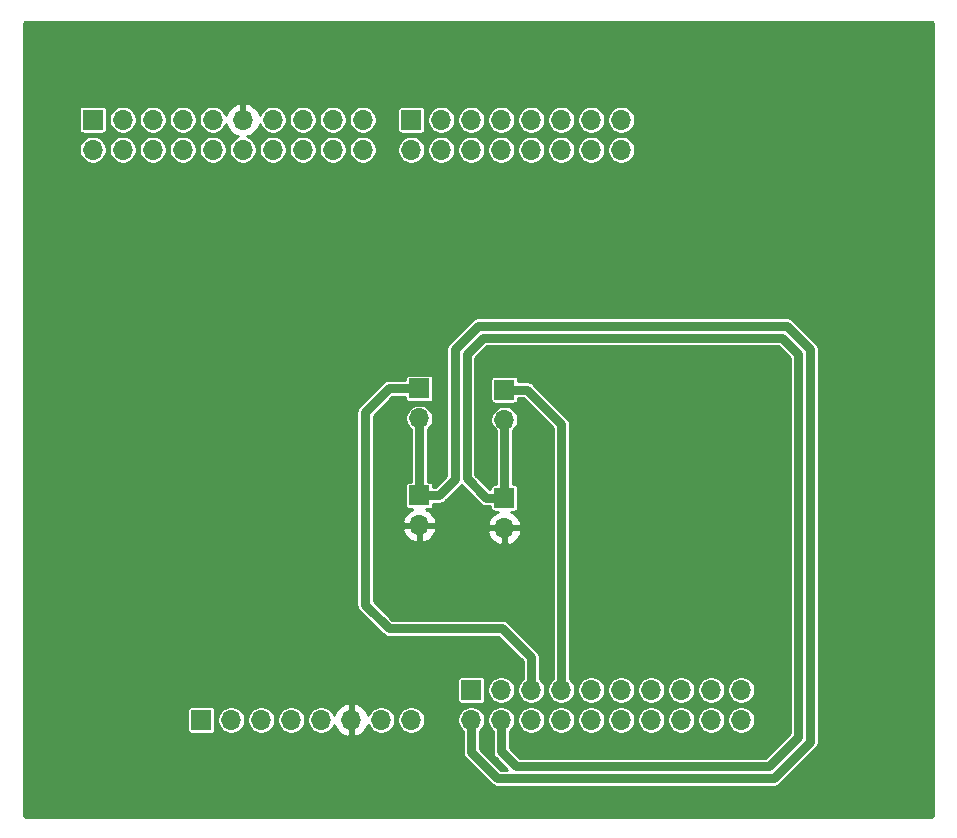
<source format=gbl>
G04 #@! TF.GenerationSoftware,KiCad,Pcbnew,(5.1.10)-1*
G04 #@! TF.CreationDate,2022-05-03T13:10:24+02:00*
G04 #@! TF.ProjectId,psoc_shield,70736f63-5f73-4686-9965-6c642e6b6963,rev?*
G04 #@! TF.SameCoordinates,Original*
G04 #@! TF.FileFunction,Copper,L2,Bot*
G04 #@! TF.FilePolarity,Positive*
%FSLAX46Y46*%
G04 Gerber Fmt 4.6, Leading zero omitted, Abs format (unit mm)*
G04 Created by KiCad (PCBNEW (5.1.10)-1) date 2022-05-03 13:10:24*
%MOMM*%
%LPD*%
G01*
G04 APERTURE LIST*
G04 #@! TA.AperFunction,ComponentPad*
%ADD10O,1.700000X1.700000*%
G04 #@! TD*
G04 #@! TA.AperFunction,ComponentPad*
%ADD11R,1.700000X1.700000*%
G04 #@! TD*
G04 #@! TA.AperFunction,Conductor*
%ADD12C,0.800000*%
G04 #@! TD*
G04 #@! TA.AperFunction,Conductor*
%ADD13C,0.254000*%
G04 #@! TD*
G04 #@! TA.AperFunction,Conductor*
%ADD14C,0.100000*%
G04 #@! TD*
G04 APERTURE END LIST*
D10*
X153700000Y-77697400D03*
X153700000Y-75157400D03*
X151160000Y-77697400D03*
X151160000Y-75157400D03*
X148620000Y-77697400D03*
X148620000Y-75157400D03*
X146080000Y-77697400D03*
X146080000Y-75157400D03*
X143540000Y-77697400D03*
X143540000Y-75157400D03*
X141000000Y-77697400D03*
X141000000Y-75157400D03*
X138460000Y-77697400D03*
X138460000Y-75157400D03*
X135920000Y-77697400D03*
D11*
X135920000Y-75157400D03*
D10*
X131800900Y-77680100D03*
X131800900Y-75140100D03*
X129260900Y-77680100D03*
X129260900Y-75140100D03*
X126720900Y-77680100D03*
X126720900Y-75140100D03*
X124180900Y-77680100D03*
X124180900Y-75140100D03*
X121640900Y-77680100D03*
X121640900Y-75140100D03*
X119100900Y-77680100D03*
X119100900Y-75140100D03*
X116560900Y-77680100D03*
X116560900Y-75140100D03*
X114020900Y-77680100D03*
X114020900Y-75140100D03*
X111480900Y-77680100D03*
X111480900Y-75140100D03*
X108940900Y-77680100D03*
D11*
X108940900Y-75140100D03*
D10*
X143800000Y-100540000D03*
D11*
X143800000Y-98000000D03*
D10*
X143800000Y-109700000D03*
D11*
X143800000Y-107160000D03*
D10*
X136600000Y-109500000D03*
D11*
X136600000Y-106960000D03*
D10*
X136600000Y-100440000D03*
D11*
X136600000Y-97900000D03*
X118140000Y-125965000D03*
D10*
X120680000Y-125965000D03*
X123220000Y-125965000D03*
X125760000Y-125965000D03*
X128300000Y-125965000D03*
X130840000Y-125965000D03*
X133380000Y-125965000D03*
X135920000Y-125965000D03*
X163860000Y-125965000D03*
X163860000Y-123425000D03*
X161320000Y-125965000D03*
X161320000Y-123425000D03*
X158780000Y-125965000D03*
X158780000Y-123425000D03*
X156240000Y-125965000D03*
X156240000Y-123425000D03*
X153700000Y-125965000D03*
X153700000Y-123425000D03*
X151160000Y-125965000D03*
X151160000Y-123425000D03*
X148620000Y-125965000D03*
X148620000Y-123425000D03*
X146080000Y-125965000D03*
X146080000Y-123425000D03*
X143540000Y-125965000D03*
X143540000Y-123425000D03*
X141000000Y-125965000D03*
D11*
X141000000Y-123425000D03*
D12*
X143800000Y-100540000D02*
X143800000Y-107160000D01*
X168700000Y-127400000D02*
X166200000Y-129900000D01*
X144800000Y-129900000D02*
X143540000Y-128640000D01*
X168700000Y-95000000D02*
X168700000Y-127400000D01*
X142000000Y-93600000D02*
X167300000Y-93600000D01*
X140600000Y-95000000D02*
X142000000Y-93600000D01*
X167300000Y-93600000D02*
X168700000Y-95000000D01*
X143540000Y-128640000D02*
X143540000Y-125965000D01*
X142260000Y-107160000D02*
X140600000Y-105500000D01*
X143800000Y-107160000D02*
X142260000Y-107160000D01*
X166200000Y-129900000D02*
X144800000Y-129900000D01*
X140600000Y-105500000D02*
X140600000Y-95000000D01*
X136600000Y-100440000D02*
X136600000Y-106960000D01*
X166614218Y-130900011D02*
X143200010Y-130900010D01*
X169700011Y-127814218D02*
X166614218Y-130900011D01*
X167714218Y-92599989D02*
X169700011Y-94585782D01*
X141000000Y-128700000D02*
X141000000Y-125965000D01*
X141585782Y-92599989D02*
X167714218Y-92599989D01*
X169700011Y-94585782D02*
X169700011Y-127814218D01*
X139599989Y-94585782D02*
X141585782Y-92599989D01*
X139599989Y-105600011D02*
X139599989Y-94585782D01*
X138240000Y-106960000D02*
X139599989Y-105600011D01*
X143200010Y-130900010D02*
X141000000Y-128700000D01*
X136600000Y-106960000D02*
X138240000Y-106960000D01*
X143800000Y-98000000D02*
X145700000Y-98000000D01*
X148620000Y-100920000D02*
X148620000Y-123425000D01*
X145700000Y-98000000D02*
X148620000Y-100920000D01*
X136600000Y-97900000D02*
X134000000Y-97900000D01*
X134000000Y-97900000D02*
X132000000Y-99900000D01*
X132000000Y-99900000D02*
X132000000Y-116200000D01*
X132000000Y-116200000D02*
X134000000Y-118200000D01*
X134000000Y-118200000D02*
X143600000Y-118200000D01*
X146080000Y-120680000D02*
X146080000Y-123425000D01*
X143600000Y-118200000D02*
X146080000Y-120680000D01*
D13*
X180016870Y-66883130D02*
X180048001Y-66921063D01*
X180048000Y-134078938D01*
X180016870Y-134116870D01*
X179978938Y-134148000D01*
X103221062Y-134148000D01*
X103183130Y-134116870D01*
X103152000Y-134078938D01*
X103152000Y-125115000D01*
X116961418Y-125115000D01*
X116961418Y-126815000D01*
X116967732Y-126879103D01*
X116986430Y-126940743D01*
X117016794Y-126997550D01*
X117057657Y-127047343D01*
X117107450Y-127088206D01*
X117164257Y-127118570D01*
X117225897Y-127137268D01*
X117290000Y-127143582D01*
X118990000Y-127143582D01*
X119054103Y-127137268D01*
X119115743Y-127118570D01*
X119172550Y-127088206D01*
X119222343Y-127047343D01*
X119263206Y-126997550D01*
X119293570Y-126940743D01*
X119312268Y-126879103D01*
X119318582Y-126815000D01*
X119318582Y-125849076D01*
X119503000Y-125849076D01*
X119503000Y-126080924D01*
X119548231Y-126308318D01*
X119636956Y-126522519D01*
X119765764Y-126715294D01*
X119929706Y-126879236D01*
X120122481Y-127008044D01*
X120336682Y-127096769D01*
X120564076Y-127142000D01*
X120795924Y-127142000D01*
X121023318Y-127096769D01*
X121237519Y-127008044D01*
X121430294Y-126879236D01*
X121594236Y-126715294D01*
X121723044Y-126522519D01*
X121811769Y-126308318D01*
X121857000Y-126080924D01*
X121857000Y-125849076D01*
X122043000Y-125849076D01*
X122043000Y-126080924D01*
X122088231Y-126308318D01*
X122176956Y-126522519D01*
X122305764Y-126715294D01*
X122469706Y-126879236D01*
X122662481Y-127008044D01*
X122876682Y-127096769D01*
X123104076Y-127142000D01*
X123335924Y-127142000D01*
X123563318Y-127096769D01*
X123777519Y-127008044D01*
X123970294Y-126879236D01*
X124134236Y-126715294D01*
X124263044Y-126522519D01*
X124351769Y-126308318D01*
X124397000Y-126080924D01*
X124397000Y-125849076D01*
X124583000Y-125849076D01*
X124583000Y-126080924D01*
X124628231Y-126308318D01*
X124716956Y-126522519D01*
X124845764Y-126715294D01*
X125009706Y-126879236D01*
X125202481Y-127008044D01*
X125416682Y-127096769D01*
X125644076Y-127142000D01*
X125875924Y-127142000D01*
X126103318Y-127096769D01*
X126317519Y-127008044D01*
X126510294Y-126879236D01*
X126674236Y-126715294D01*
X126803044Y-126522519D01*
X126891769Y-126308318D01*
X126937000Y-126080924D01*
X126937000Y-125849076D01*
X127123000Y-125849076D01*
X127123000Y-126080924D01*
X127168231Y-126308318D01*
X127256956Y-126522519D01*
X127385764Y-126715294D01*
X127549706Y-126879236D01*
X127742481Y-127008044D01*
X127956682Y-127096769D01*
X128184076Y-127142000D01*
X128415924Y-127142000D01*
X128643318Y-127096769D01*
X128857519Y-127008044D01*
X129050294Y-126879236D01*
X129214236Y-126715294D01*
X129343044Y-126522519D01*
X129411264Y-126357821D01*
X129495843Y-126596252D01*
X129644822Y-126846355D01*
X129839731Y-127062588D01*
X130073080Y-127236641D01*
X130335901Y-127361825D01*
X130483110Y-127406476D01*
X130713000Y-127285155D01*
X130713000Y-126092000D01*
X130693000Y-126092000D01*
X130693000Y-125838000D01*
X130713000Y-125838000D01*
X130713000Y-124644845D01*
X130967000Y-124644845D01*
X130967000Y-125838000D01*
X130987000Y-125838000D01*
X130987000Y-126092000D01*
X130967000Y-126092000D01*
X130967000Y-127285155D01*
X131196890Y-127406476D01*
X131344099Y-127361825D01*
X131606920Y-127236641D01*
X131840269Y-127062588D01*
X132035178Y-126846355D01*
X132184157Y-126596252D01*
X132268736Y-126357821D01*
X132336956Y-126522519D01*
X132465764Y-126715294D01*
X132629706Y-126879236D01*
X132822481Y-127008044D01*
X133036682Y-127096769D01*
X133264076Y-127142000D01*
X133495924Y-127142000D01*
X133723318Y-127096769D01*
X133937519Y-127008044D01*
X134130294Y-126879236D01*
X134294236Y-126715294D01*
X134423044Y-126522519D01*
X134511769Y-126308318D01*
X134557000Y-126080924D01*
X134557000Y-125849076D01*
X134743000Y-125849076D01*
X134743000Y-126080924D01*
X134788231Y-126308318D01*
X134876956Y-126522519D01*
X135005764Y-126715294D01*
X135169706Y-126879236D01*
X135362481Y-127008044D01*
X135576682Y-127096769D01*
X135804076Y-127142000D01*
X136035924Y-127142000D01*
X136263318Y-127096769D01*
X136477519Y-127008044D01*
X136670294Y-126879236D01*
X136834236Y-126715294D01*
X136963044Y-126522519D01*
X137051769Y-126308318D01*
X137097000Y-126080924D01*
X137097000Y-125849076D01*
X137051769Y-125621682D01*
X136963044Y-125407481D01*
X136834236Y-125214706D01*
X136670294Y-125050764D01*
X136477519Y-124921956D01*
X136263318Y-124833231D01*
X136035924Y-124788000D01*
X135804076Y-124788000D01*
X135576682Y-124833231D01*
X135362481Y-124921956D01*
X135169706Y-125050764D01*
X135005764Y-125214706D01*
X134876956Y-125407481D01*
X134788231Y-125621682D01*
X134743000Y-125849076D01*
X134557000Y-125849076D01*
X134511769Y-125621682D01*
X134423044Y-125407481D01*
X134294236Y-125214706D01*
X134130294Y-125050764D01*
X133937519Y-124921956D01*
X133723318Y-124833231D01*
X133495924Y-124788000D01*
X133264076Y-124788000D01*
X133036682Y-124833231D01*
X132822481Y-124921956D01*
X132629706Y-125050764D01*
X132465764Y-125214706D01*
X132336956Y-125407481D01*
X132268736Y-125572179D01*
X132184157Y-125333748D01*
X132035178Y-125083645D01*
X131840269Y-124867412D01*
X131606920Y-124693359D01*
X131344099Y-124568175D01*
X131196890Y-124523524D01*
X130967000Y-124644845D01*
X130713000Y-124644845D01*
X130483110Y-124523524D01*
X130335901Y-124568175D01*
X130073080Y-124693359D01*
X129839731Y-124867412D01*
X129644822Y-125083645D01*
X129495843Y-125333748D01*
X129411264Y-125572179D01*
X129343044Y-125407481D01*
X129214236Y-125214706D01*
X129050294Y-125050764D01*
X128857519Y-124921956D01*
X128643318Y-124833231D01*
X128415924Y-124788000D01*
X128184076Y-124788000D01*
X127956682Y-124833231D01*
X127742481Y-124921956D01*
X127549706Y-125050764D01*
X127385764Y-125214706D01*
X127256956Y-125407481D01*
X127168231Y-125621682D01*
X127123000Y-125849076D01*
X126937000Y-125849076D01*
X126891769Y-125621682D01*
X126803044Y-125407481D01*
X126674236Y-125214706D01*
X126510294Y-125050764D01*
X126317519Y-124921956D01*
X126103318Y-124833231D01*
X125875924Y-124788000D01*
X125644076Y-124788000D01*
X125416682Y-124833231D01*
X125202481Y-124921956D01*
X125009706Y-125050764D01*
X124845764Y-125214706D01*
X124716956Y-125407481D01*
X124628231Y-125621682D01*
X124583000Y-125849076D01*
X124397000Y-125849076D01*
X124351769Y-125621682D01*
X124263044Y-125407481D01*
X124134236Y-125214706D01*
X123970294Y-125050764D01*
X123777519Y-124921956D01*
X123563318Y-124833231D01*
X123335924Y-124788000D01*
X123104076Y-124788000D01*
X122876682Y-124833231D01*
X122662481Y-124921956D01*
X122469706Y-125050764D01*
X122305764Y-125214706D01*
X122176956Y-125407481D01*
X122088231Y-125621682D01*
X122043000Y-125849076D01*
X121857000Y-125849076D01*
X121811769Y-125621682D01*
X121723044Y-125407481D01*
X121594236Y-125214706D01*
X121430294Y-125050764D01*
X121237519Y-124921956D01*
X121023318Y-124833231D01*
X120795924Y-124788000D01*
X120564076Y-124788000D01*
X120336682Y-124833231D01*
X120122481Y-124921956D01*
X119929706Y-125050764D01*
X119765764Y-125214706D01*
X119636956Y-125407481D01*
X119548231Y-125621682D01*
X119503000Y-125849076D01*
X119318582Y-125849076D01*
X119318582Y-125115000D01*
X119312268Y-125050897D01*
X119293570Y-124989257D01*
X119263206Y-124932450D01*
X119222343Y-124882657D01*
X119172550Y-124841794D01*
X119115743Y-124811430D01*
X119054103Y-124792732D01*
X118990000Y-124786418D01*
X117290000Y-124786418D01*
X117225897Y-124792732D01*
X117164257Y-124811430D01*
X117107450Y-124841794D01*
X117057657Y-124882657D01*
X117016794Y-124932450D01*
X116986430Y-124989257D01*
X116967732Y-125050897D01*
X116961418Y-125115000D01*
X103152000Y-125115000D01*
X103152000Y-122575000D01*
X139821418Y-122575000D01*
X139821418Y-124275000D01*
X139827732Y-124339103D01*
X139846430Y-124400743D01*
X139876794Y-124457550D01*
X139917657Y-124507343D01*
X139967450Y-124548206D01*
X140024257Y-124578570D01*
X140085897Y-124597268D01*
X140150000Y-124603582D01*
X141850000Y-124603582D01*
X141914103Y-124597268D01*
X141975743Y-124578570D01*
X142032550Y-124548206D01*
X142082343Y-124507343D01*
X142123206Y-124457550D01*
X142153570Y-124400743D01*
X142172268Y-124339103D01*
X142178582Y-124275000D01*
X142178582Y-123309076D01*
X142363000Y-123309076D01*
X142363000Y-123540924D01*
X142408231Y-123768318D01*
X142496956Y-123982519D01*
X142625764Y-124175294D01*
X142789706Y-124339236D01*
X142982481Y-124468044D01*
X143196682Y-124556769D01*
X143424076Y-124602000D01*
X143655924Y-124602000D01*
X143883318Y-124556769D01*
X144097519Y-124468044D01*
X144290294Y-124339236D01*
X144454236Y-124175294D01*
X144583044Y-123982519D01*
X144671769Y-123768318D01*
X144717000Y-123540924D01*
X144717000Y-123309076D01*
X144671769Y-123081682D01*
X144583044Y-122867481D01*
X144454236Y-122674706D01*
X144290294Y-122510764D01*
X144097519Y-122381956D01*
X143883318Y-122293231D01*
X143655924Y-122248000D01*
X143424076Y-122248000D01*
X143196682Y-122293231D01*
X142982481Y-122381956D01*
X142789706Y-122510764D01*
X142625764Y-122674706D01*
X142496956Y-122867481D01*
X142408231Y-123081682D01*
X142363000Y-123309076D01*
X142178582Y-123309076D01*
X142178582Y-122575000D01*
X142172268Y-122510897D01*
X142153570Y-122449257D01*
X142123206Y-122392450D01*
X142082343Y-122342657D01*
X142032550Y-122301794D01*
X141975743Y-122271430D01*
X141914103Y-122252732D01*
X141850000Y-122246418D01*
X140150000Y-122246418D01*
X140085897Y-122252732D01*
X140024257Y-122271430D01*
X139967450Y-122301794D01*
X139917657Y-122342657D01*
X139876794Y-122392450D01*
X139846430Y-122449257D01*
X139827732Y-122510897D01*
X139821418Y-122575000D01*
X103152000Y-122575000D01*
X103152000Y-99900000D01*
X131269483Y-99900000D01*
X131273000Y-99935708D01*
X131273001Y-116164282D01*
X131269483Y-116200000D01*
X131283520Y-116342517D01*
X131325090Y-116479556D01*
X131325091Y-116479557D01*
X131392598Y-116605853D01*
X131483447Y-116716554D01*
X131511189Y-116739321D01*
X133460679Y-118688812D01*
X133483446Y-118716554D01*
X133594147Y-118807403D01*
X133720443Y-118874910D01*
X133825587Y-118906805D01*
X133857482Y-118916480D01*
X133999999Y-118930517D01*
X134035707Y-118927000D01*
X143298868Y-118927000D01*
X145353000Y-120981134D01*
X145353001Y-122495199D01*
X145329706Y-122510764D01*
X145165764Y-122674706D01*
X145036956Y-122867481D01*
X144948231Y-123081682D01*
X144903000Y-123309076D01*
X144903000Y-123540924D01*
X144948231Y-123768318D01*
X145036956Y-123982519D01*
X145165764Y-124175294D01*
X145329706Y-124339236D01*
X145522481Y-124468044D01*
X145736682Y-124556769D01*
X145964076Y-124602000D01*
X146195924Y-124602000D01*
X146423318Y-124556769D01*
X146637519Y-124468044D01*
X146830294Y-124339236D01*
X146994236Y-124175294D01*
X147123044Y-123982519D01*
X147211769Y-123768318D01*
X147257000Y-123540924D01*
X147257000Y-123309076D01*
X147211769Y-123081682D01*
X147123044Y-122867481D01*
X146994236Y-122674706D01*
X146830294Y-122510764D01*
X146807000Y-122495199D01*
X146807000Y-120715708D01*
X146810517Y-120680000D01*
X146796480Y-120537482D01*
X146754910Y-120400443D01*
X146687403Y-120274147D01*
X146645981Y-120223674D01*
X146619316Y-120191182D01*
X146619312Y-120191178D01*
X146596553Y-120163446D01*
X146568822Y-120140688D01*
X144139326Y-117711194D01*
X144116554Y-117683446D01*
X144005853Y-117592597D01*
X143879557Y-117525090D01*
X143742517Y-117483520D01*
X143635708Y-117473000D01*
X143600000Y-117469483D01*
X143564292Y-117473000D01*
X134301133Y-117473000D01*
X132727000Y-115898868D01*
X132727000Y-109856890D01*
X135158524Y-109856890D01*
X135203175Y-110004099D01*
X135328359Y-110266920D01*
X135502412Y-110500269D01*
X135718645Y-110695178D01*
X135968748Y-110844157D01*
X136243109Y-110941481D01*
X136473000Y-110820814D01*
X136473000Y-109627000D01*
X136727000Y-109627000D01*
X136727000Y-110820814D01*
X136956891Y-110941481D01*
X137231252Y-110844157D01*
X137481355Y-110695178D01*
X137697588Y-110500269D01*
X137871641Y-110266920D01*
X137971680Y-110056890D01*
X142358524Y-110056890D01*
X142403175Y-110204099D01*
X142528359Y-110466920D01*
X142702412Y-110700269D01*
X142918645Y-110895178D01*
X143168748Y-111044157D01*
X143443109Y-111141481D01*
X143673000Y-111020814D01*
X143673000Y-109827000D01*
X143927000Y-109827000D01*
X143927000Y-111020814D01*
X144156891Y-111141481D01*
X144431252Y-111044157D01*
X144681355Y-110895178D01*
X144897588Y-110700269D01*
X145071641Y-110466920D01*
X145196825Y-110204099D01*
X145241476Y-110056890D01*
X145120155Y-109827000D01*
X143927000Y-109827000D01*
X143673000Y-109827000D01*
X142479845Y-109827000D01*
X142358524Y-110056890D01*
X137971680Y-110056890D01*
X137996825Y-110004099D01*
X138041476Y-109856890D01*
X137920155Y-109627000D01*
X136727000Y-109627000D01*
X136473000Y-109627000D01*
X135279845Y-109627000D01*
X135158524Y-109856890D01*
X132727000Y-109856890D01*
X132727000Y-109143110D01*
X135158524Y-109143110D01*
X135279845Y-109373000D01*
X136473000Y-109373000D01*
X136473000Y-109353000D01*
X136727000Y-109353000D01*
X136727000Y-109373000D01*
X137920155Y-109373000D01*
X138041476Y-109143110D01*
X137996825Y-108995901D01*
X137871641Y-108733080D01*
X137697588Y-108499731D01*
X137481355Y-108304822D01*
X137231252Y-108155843D01*
X137182592Y-108138582D01*
X137450000Y-108138582D01*
X137514103Y-108132268D01*
X137575743Y-108113570D01*
X137632550Y-108083206D01*
X137682343Y-108042343D01*
X137723206Y-107992550D01*
X137753570Y-107935743D01*
X137772268Y-107874103D01*
X137778582Y-107810000D01*
X137778582Y-107687000D01*
X138204292Y-107687000D01*
X138240000Y-107690517D01*
X138382517Y-107676480D01*
X138519557Y-107634910D01*
X138645853Y-107567403D01*
X138756554Y-107476554D01*
X138779325Y-107448807D01*
X140088811Y-106139323D01*
X140116542Y-106116565D01*
X140139301Y-106088833D01*
X140139305Y-106088829D01*
X140148947Y-106077080D01*
X141720679Y-107648812D01*
X141743446Y-107676554D01*
X141854147Y-107767403D01*
X141980443Y-107834910D01*
X142117482Y-107876480D01*
X142260000Y-107890518D01*
X142295716Y-107887000D01*
X142621418Y-107887000D01*
X142621418Y-108010000D01*
X142627732Y-108074103D01*
X142646430Y-108135743D01*
X142676794Y-108192550D01*
X142717657Y-108242343D01*
X142767450Y-108283206D01*
X142824257Y-108313570D01*
X142885897Y-108332268D01*
X142950000Y-108338582D01*
X143217408Y-108338582D01*
X143168748Y-108355843D01*
X142918645Y-108504822D01*
X142702412Y-108699731D01*
X142528359Y-108933080D01*
X142403175Y-109195901D01*
X142358524Y-109343110D01*
X142479845Y-109573000D01*
X143673000Y-109573000D01*
X143673000Y-109553000D01*
X143927000Y-109553000D01*
X143927000Y-109573000D01*
X145120155Y-109573000D01*
X145241476Y-109343110D01*
X145196825Y-109195901D01*
X145071641Y-108933080D01*
X144897588Y-108699731D01*
X144681355Y-108504822D01*
X144431252Y-108355843D01*
X144382592Y-108338582D01*
X144650000Y-108338582D01*
X144714103Y-108332268D01*
X144775743Y-108313570D01*
X144832550Y-108283206D01*
X144882343Y-108242343D01*
X144923206Y-108192550D01*
X144953570Y-108135743D01*
X144972268Y-108074103D01*
X144978582Y-108010000D01*
X144978582Y-106310000D01*
X144972268Y-106245897D01*
X144953570Y-106184257D01*
X144923206Y-106127450D01*
X144882343Y-106077657D01*
X144832550Y-106036794D01*
X144775743Y-106006430D01*
X144714103Y-105987732D01*
X144650000Y-105981418D01*
X144527000Y-105981418D01*
X144527000Y-101469801D01*
X144550294Y-101454236D01*
X144714236Y-101290294D01*
X144843044Y-101097519D01*
X144931769Y-100883318D01*
X144977000Y-100655924D01*
X144977000Y-100424076D01*
X144931769Y-100196682D01*
X144843044Y-99982481D01*
X144714236Y-99789706D01*
X144550294Y-99625764D01*
X144357519Y-99496956D01*
X144143318Y-99408231D01*
X143915924Y-99363000D01*
X143684076Y-99363000D01*
X143456682Y-99408231D01*
X143242481Y-99496956D01*
X143049706Y-99625764D01*
X142885764Y-99789706D01*
X142756956Y-99982481D01*
X142668231Y-100196682D01*
X142623000Y-100424076D01*
X142623000Y-100655924D01*
X142668231Y-100883318D01*
X142756956Y-101097519D01*
X142885764Y-101290294D01*
X143049706Y-101454236D01*
X143073000Y-101469801D01*
X143073001Y-105981418D01*
X142950000Y-105981418D01*
X142885897Y-105987732D01*
X142824257Y-106006430D01*
X142767450Y-106036794D01*
X142717657Y-106077657D01*
X142676794Y-106127450D01*
X142646430Y-106184257D01*
X142627732Y-106245897D01*
X142621418Y-106310000D01*
X142621418Y-106433000D01*
X142561133Y-106433000D01*
X141327000Y-105198868D01*
X141327000Y-97150000D01*
X142621418Y-97150000D01*
X142621418Y-98850000D01*
X142627732Y-98914103D01*
X142646430Y-98975743D01*
X142676794Y-99032550D01*
X142717657Y-99082343D01*
X142767450Y-99123206D01*
X142824257Y-99153570D01*
X142885897Y-99172268D01*
X142950000Y-99178582D01*
X144650000Y-99178582D01*
X144714103Y-99172268D01*
X144775743Y-99153570D01*
X144832550Y-99123206D01*
X144882343Y-99082343D01*
X144923206Y-99032550D01*
X144953570Y-98975743D01*
X144972268Y-98914103D01*
X144978582Y-98850000D01*
X144978582Y-98727000D01*
X145398868Y-98727000D01*
X147893000Y-101221133D01*
X147893001Y-122495199D01*
X147869706Y-122510764D01*
X147705764Y-122674706D01*
X147576956Y-122867481D01*
X147488231Y-123081682D01*
X147443000Y-123309076D01*
X147443000Y-123540924D01*
X147488231Y-123768318D01*
X147576956Y-123982519D01*
X147705764Y-124175294D01*
X147869706Y-124339236D01*
X148062481Y-124468044D01*
X148276682Y-124556769D01*
X148504076Y-124602000D01*
X148735924Y-124602000D01*
X148963318Y-124556769D01*
X149177519Y-124468044D01*
X149370294Y-124339236D01*
X149534236Y-124175294D01*
X149663044Y-123982519D01*
X149751769Y-123768318D01*
X149797000Y-123540924D01*
X149797000Y-123309076D01*
X149983000Y-123309076D01*
X149983000Y-123540924D01*
X150028231Y-123768318D01*
X150116956Y-123982519D01*
X150245764Y-124175294D01*
X150409706Y-124339236D01*
X150602481Y-124468044D01*
X150816682Y-124556769D01*
X151044076Y-124602000D01*
X151275924Y-124602000D01*
X151503318Y-124556769D01*
X151717519Y-124468044D01*
X151910294Y-124339236D01*
X152074236Y-124175294D01*
X152203044Y-123982519D01*
X152291769Y-123768318D01*
X152337000Y-123540924D01*
X152337000Y-123309076D01*
X152523000Y-123309076D01*
X152523000Y-123540924D01*
X152568231Y-123768318D01*
X152656956Y-123982519D01*
X152785764Y-124175294D01*
X152949706Y-124339236D01*
X153142481Y-124468044D01*
X153356682Y-124556769D01*
X153584076Y-124602000D01*
X153815924Y-124602000D01*
X154043318Y-124556769D01*
X154257519Y-124468044D01*
X154450294Y-124339236D01*
X154614236Y-124175294D01*
X154743044Y-123982519D01*
X154831769Y-123768318D01*
X154877000Y-123540924D01*
X154877000Y-123309076D01*
X155063000Y-123309076D01*
X155063000Y-123540924D01*
X155108231Y-123768318D01*
X155196956Y-123982519D01*
X155325764Y-124175294D01*
X155489706Y-124339236D01*
X155682481Y-124468044D01*
X155896682Y-124556769D01*
X156124076Y-124602000D01*
X156355924Y-124602000D01*
X156583318Y-124556769D01*
X156797519Y-124468044D01*
X156990294Y-124339236D01*
X157154236Y-124175294D01*
X157283044Y-123982519D01*
X157371769Y-123768318D01*
X157417000Y-123540924D01*
X157417000Y-123309076D01*
X157603000Y-123309076D01*
X157603000Y-123540924D01*
X157648231Y-123768318D01*
X157736956Y-123982519D01*
X157865764Y-124175294D01*
X158029706Y-124339236D01*
X158222481Y-124468044D01*
X158436682Y-124556769D01*
X158664076Y-124602000D01*
X158895924Y-124602000D01*
X159123318Y-124556769D01*
X159337519Y-124468044D01*
X159530294Y-124339236D01*
X159694236Y-124175294D01*
X159823044Y-123982519D01*
X159911769Y-123768318D01*
X159957000Y-123540924D01*
X159957000Y-123309076D01*
X160143000Y-123309076D01*
X160143000Y-123540924D01*
X160188231Y-123768318D01*
X160276956Y-123982519D01*
X160405764Y-124175294D01*
X160569706Y-124339236D01*
X160762481Y-124468044D01*
X160976682Y-124556769D01*
X161204076Y-124602000D01*
X161435924Y-124602000D01*
X161663318Y-124556769D01*
X161877519Y-124468044D01*
X162070294Y-124339236D01*
X162234236Y-124175294D01*
X162363044Y-123982519D01*
X162451769Y-123768318D01*
X162497000Y-123540924D01*
X162497000Y-123309076D01*
X162683000Y-123309076D01*
X162683000Y-123540924D01*
X162728231Y-123768318D01*
X162816956Y-123982519D01*
X162945764Y-124175294D01*
X163109706Y-124339236D01*
X163302481Y-124468044D01*
X163516682Y-124556769D01*
X163744076Y-124602000D01*
X163975924Y-124602000D01*
X164203318Y-124556769D01*
X164417519Y-124468044D01*
X164610294Y-124339236D01*
X164774236Y-124175294D01*
X164903044Y-123982519D01*
X164991769Y-123768318D01*
X165037000Y-123540924D01*
X165037000Y-123309076D01*
X164991769Y-123081682D01*
X164903044Y-122867481D01*
X164774236Y-122674706D01*
X164610294Y-122510764D01*
X164417519Y-122381956D01*
X164203318Y-122293231D01*
X163975924Y-122248000D01*
X163744076Y-122248000D01*
X163516682Y-122293231D01*
X163302481Y-122381956D01*
X163109706Y-122510764D01*
X162945764Y-122674706D01*
X162816956Y-122867481D01*
X162728231Y-123081682D01*
X162683000Y-123309076D01*
X162497000Y-123309076D01*
X162451769Y-123081682D01*
X162363044Y-122867481D01*
X162234236Y-122674706D01*
X162070294Y-122510764D01*
X161877519Y-122381956D01*
X161663318Y-122293231D01*
X161435924Y-122248000D01*
X161204076Y-122248000D01*
X160976682Y-122293231D01*
X160762481Y-122381956D01*
X160569706Y-122510764D01*
X160405764Y-122674706D01*
X160276956Y-122867481D01*
X160188231Y-123081682D01*
X160143000Y-123309076D01*
X159957000Y-123309076D01*
X159911769Y-123081682D01*
X159823044Y-122867481D01*
X159694236Y-122674706D01*
X159530294Y-122510764D01*
X159337519Y-122381956D01*
X159123318Y-122293231D01*
X158895924Y-122248000D01*
X158664076Y-122248000D01*
X158436682Y-122293231D01*
X158222481Y-122381956D01*
X158029706Y-122510764D01*
X157865764Y-122674706D01*
X157736956Y-122867481D01*
X157648231Y-123081682D01*
X157603000Y-123309076D01*
X157417000Y-123309076D01*
X157371769Y-123081682D01*
X157283044Y-122867481D01*
X157154236Y-122674706D01*
X156990294Y-122510764D01*
X156797519Y-122381956D01*
X156583318Y-122293231D01*
X156355924Y-122248000D01*
X156124076Y-122248000D01*
X155896682Y-122293231D01*
X155682481Y-122381956D01*
X155489706Y-122510764D01*
X155325764Y-122674706D01*
X155196956Y-122867481D01*
X155108231Y-123081682D01*
X155063000Y-123309076D01*
X154877000Y-123309076D01*
X154831769Y-123081682D01*
X154743044Y-122867481D01*
X154614236Y-122674706D01*
X154450294Y-122510764D01*
X154257519Y-122381956D01*
X154043318Y-122293231D01*
X153815924Y-122248000D01*
X153584076Y-122248000D01*
X153356682Y-122293231D01*
X153142481Y-122381956D01*
X152949706Y-122510764D01*
X152785764Y-122674706D01*
X152656956Y-122867481D01*
X152568231Y-123081682D01*
X152523000Y-123309076D01*
X152337000Y-123309076D01*
X152291769Y-123081682D01*
X152203044Y-122867481D01*
X152074236Y-122674706D01*
X151910294Y-122510764D01*
X151717519Y-122381956D01*
X151503318Y-122293231D01*
X151275924Y-122248000D01*
X151044076Y-122248000D01*
X150816682Y-122293231D01*
X150602481Y-122381956D01*
X150409706Y-122510764D01*
X150245764Y-122674706D01*
X150116956Y-122867481D01*
X150028231Y-123081682D01*
X149983000Y-123309076D01*
X149797000Y-123309076D01*
X149751769Y-123081682D01*
X149663044Y-122867481D01*
X149534236Y-122674706D01*
X149370294Y-122510764D01*
X149347000Y-122495199D01*
X149347000Y-100955708D01*
X149350517Y-100920000D01*
X149336480Y-100777482D01*
X149294910Y-100640443D01*
X149282101Y-100616480D01*
X149227403Y-100514147D01*
X149136553Y-100403446D01*
X149108816Y-100380683D01*
X146239326Y-97511194D01*
X146216554Y-97483446D01*
X146105853Y-97392597D01*
X145979557Y-97325090D01*
X145842517Y-97283520D01*
X145735708Y-97273000D01*
X145700000Y-97269483D01*
X145664292Y-97273000D01*
X144978582Y-97273000D01*
X144978582Y-97150000D01*
X144972268Y-97085897D01*
X144953570Y-97024257D01*
X144923206Y-96967450D01*
X144882343Y-96917657D01*
X144832550Y-96876794D01*
X144775743Y-96846430D01*
X144714103Y-96827732D01*
X144650000Y-96821418D01*
X142950000Y-96821418D01*
X142885897Y-96827732D01*
X142824257Y-96846430D01*
X142767450Y-96876794D01*
X142717657Y-96917657D01*
X142676794Y-96967450D01*
X142646430Y-97024257D01*
X142627732Y-97085897D01*
X142621418Y-97150000D01*
X141327000Y-97150000D01*
X141327000Y-95301132D01*
X142301134Y-94327000D01*
X166998868Y-94327000D01*
X167973000Y-95301134D01*
X167973001Y-127098865D01*
X165898868Y-129173000D01*
X145101133Y-129173000D01*
X144267000Y-128338868D01*
X144267000Y-126894801D01*
X144290294Y-126879236D01*
X144454236Y-126715294D01*
X144583044Y-126522519D01*
X144671769Y-126308318D01*
X144717000Y-126080924D01*
X144717000Y-125849076D01*
X144903000Y-125849076D01*
X144903000Y-126080924D01*
X144948231Y-126308318D01*
X145036956Y-126522519D01*
X145165764Y-126715294D01*
X145329706Y-126879236D01*
X145522481Y-127008044D01*
X145736682Y-127096769D01*
X145964076Y-127142000D01*
X146195924Y-127142000D01*
X146423318Y-127096769D01*
X146637519Y-127008044D01*
X146830294Y-126879236D01*
X146994236Y-126715294D01*
X147123044Y-126522519D01*
X147211769Y-126308318D01*
X147257000Y-126080924D01*
X147257000Y-125849076D01*
X147443000Y-125849076D01*
X147443000Y-126080924D01*
X147488231Y-126308318D01*
X147576956Y-126522519D01*
X147705764Y-126715294D01*
X147869706Y-126879236D01*
X148062481Y-127008044D01*
X148276682Y-127096769D01*
X148504076Y-127142000D01*
X148735924Y-127142000D01*
X148963318Y-127096769D01*
X149177519Y-127008044D01*
X149370294Y-126879236D01*
X149534236Y-126715294D01*
X149663044Y-126522519D01*
X149751769Y-126308318D01*
X149797000Y-126080924D01*
X149797000Y-125849076D01*
X149983000Y-125849076D01*
X149983000Y-126080924D01*
X150028231Y-126308318D01*
X150116956Y-126522519D01*
X150245764Y-126715294D01*
X150409706Y-126879236D01*
X150602481Y-127008044D01*
X150816682Y-127096769D01*
X151044076Y-127142000D01*
X151275924Y-127142000D01*
X151503318Y-127096769D01*
X151717519Y-127008044D01*
X151910294Y-126879236D01*
X152074236Y-126715294D01*
X152203044Y-126522519D01*
X152291769Y-126308318D01*
X152337000Y-126080924D01*
X152337000Y-125849076D01*
X152523000Y-125849076D01*
X152523000Y-126080924D01*
X152568231Y-126308318D01*
X152656956Y-126522519D01*
X152785764Y-126715294D01*
X152949706Y-126879236D01*
X153142481Y-127008044D01*
X153356682Y-127096769D01*
X153584076Y-127142000D01*
X153815924Y-127142000D01*
X154043318Y-127096769D01*
X154257519Y-127008044D01*
X154450294Y-126879236D01*
X154614236Y-126715294D01*
X154743044Y-126522519D01*
X154831769Y-126308318D01*
X154877000Y-126080924D01*
X154877000Y-125849076D01*
X155063000Y-125849076D01*
X155063000Y-126080924D01*
X155108231Y-126308318D01*
X155196956Y-126522519D01*
X155325764Y-126715294D01*
X155489706Y-126879236D01*
X155682481Y-127008044D01*
X155896682Y-127096769D01*
X156124076Y-127142000D01*
X156355924Y-127142000D01*
X156583318Y-127096769D01*
X156797519Y-127008044D01*
X156990294Y-126879236D01*
X157154236Y-126715294D01*
X157283044Y-126522519D01*
X157371769Y-126308318D01*
X157417000Y-126080924D01*
X157417000Y-125849076D01*
X157603000Y-125849076D01*
X157603000Y-126080924D01*
X157648231Y-126308318D01*
X157736956Y-126522519D01*
X157865764Y-126715294D01*
X158029706Y-126879236D01*
X158222481Y-127008044D01*
X158436682Y-127096769D01*
X158664076Y-127142000D01*
X158895924Y-127142000D01*
X159123318Y-127096769D01*
X159337519Y-127008044D01*
X159530294Y-126879236D01*
X159694236Y-126715294D01*
X159823044Y-126522519D01*
X159911769Y-126308318D01*
X159957000Y-126080924D01*
X159957000Y-125849076D01*
X160143000Y-125849076D01*
X160143000Y-126080924D01*
X160188231Y-126308318D01*
X160276956Y-126522519D01*
X160405764Y-126715294D01*
X160569706Y-126879236D01*
X160762481Y-127008044D01*
X160976682Y-127096769D01*
X161204076Y-127142000D01*
X161435924Y-127142000D01*
X161663318Y-127096769D01*
X161877519Y-127008044D01*
X162070294Y-126879236D01*
X162234236Y-126715294D01*
X162363044Y-126522519D01*
X162451769Y-126308318D01*
X162497000Y-126080924D01*
X162497000Y-125849076D01*
X162683000Y-125849076D01*
X162683000Y-126080924D01*
X162728231Y-126308318D01*
X162816956Y-126522519D01*
X162945764Y-126715294D01*
X163109706Y-126879236D01*
X163302481Y-127008044D01*
X163516682Y-127096769D01*
X163744076Y-127142000D01*
X163975924Y-127142000D01*
X164203318Y-127096769D01*
X164417519Y-127008044D01*
X164610294Y-126879236D01*
X164774236Y-126715294D01*
X164903044Y-126522519D01*
X164991769Y-126308318D01*
X165037000Y-126080924D01*
X165037000Y-125849076D01*
X164991769Y-125621682D01*
X164903044Y-125407481D01*
X164774236Y-125214706D01*
X164610294Y-125050764D01*
X164417519Y-124921956D01*
X164203318Y-124833231D01*
X163975924Y-124788000D01*
X163744076Y-124788000D01*
X163516682Y-124833231D01*
X163302481Y-124921956D01*
X163109706Y-125050764D01*
X162945764Y-125214706D01*
X162816956Y-125407481D01*
X162728231Y-125621682D01*
X162683000Y-125849076D01*
X162497000Y-125849076D01*
X162451769Y-125621682D01*
X162363044Y-125407481D01*
X162234236Y-125214706D01*
X162070294Y-125050764D01*
X161877519Y-124921956D01*
X161663318Y-124833231D01*
X161435924Y-124788000D01*
X161204076Y-124788000D01*
X160976682Y-124833231D01*
X160762481Y-124921956D01*
X160569706Y-125050764D01*
X160405764Y-125214706D01*
X160276956Y-125407481D01*
X160188231Y-125621682D01*
X160143000Y-125849076D01*
X159957000Y-125849076D01*
X159911769Y-125621682D01*
X159823044Y-125407481D01*
X159694236Y-125214706D01*
X159530294Y-125050764D01*
X159337519Y-124921956D01*
X159123318Y-124833231D01*
X158895924Y-124788000D01*
X158664076Y-124788000D01*
X158436682Y-124833231D01*
X158222481Y-124921956D01*
X158029706Y-125050764D01*
X157865764Y-125214706D01*
X157736956Y-125407481D01*
X157648231Y-125621682D01*
X157603000Y-125849076D01*
X157417000Y-125849076D01*
X157371769Y-125621682D01*
X157283044Y-125407481D01*
X157154236Y-125214706D01*
X156990294Y-125050764D01*
X156797519Y-124921956D01*
X156583318Y-124833231D01*
X156355924Y-124788000D01*
X156124076Y-124788000D01*
X155896682Y-124833231D01*
X155682481Y-124921956D01*
X155489706Y-125050764D01*
X155325764Y-125214706D01*
X155196956Y-125407481D01*
X155108231Y-125621682D01*
X155063000Y-125849076D01*
X154877000Y-125849076D01*
X154831769Y-125621682D01*
X154743044Y-125407481D01*
X154614236Y-125214706D01*
X154450294Y-125050764D01*
X154257519Y-124921956D01*
X154043318Y-124833231D01*
X153815924Y-124788000D01*
X153584076Y-124788000D01*
X153356682Y-124833231D01*
X153142481Y-124921956D01*
X152949706Y-125050764D01*
X152785764Y-125214706D01*
X152656956Y-125407481D01*
X152568231Y-125621682D01*
X152523000Y-125849076D01*
X152337000Y-125849076D01*
X152291769Y-125621682D01*
X152203044Y-125407481D01*
X152074236Y-125214706D01*
X151910294Y-125050764D01*
X151717519Y-124921956D01*
X151503318Y-124833231D01*
X151275924Y-124788000D01*
X151044076Y-124788000D01*
X150816682Y-124833231D01*
X150602481Y-124921956D01*
X150409706Y-125050764D01*
X150245764Y-125214706D01*
X150116956Y-125407481D01*
X150028231Y-125621682D01*
X149983000Y-125849076D01*
X149797000Y-125849076D01*
X149751769Y-125621682D01*
X149663044Y-125407481D01*
X149534236Y-125214706D01*
X149370294Y-125050764D01*
X149177519Y-124921956D01*
X148963318Y-124833231D01*
X148735924Y-124788000D01*
X148504076Y-124788000D01*
X148276682Y-124833231D01*
X148062481Y-124921956D01*
X147869706Y-125050764D01*
X147705764Y-125214706D01*
X147576956Y-125407481D01*
X147488231Y-125621682D01*
X147443000Y-125849076D01*
X147257000Y-125849076D01*
X147211769Y-125621682D01*
X147123044Y-125407481D01*
X146994236Y-125214706D01*
X146830294Y-125050764D01*
X146637519Y-124921956D01*
X146423318Y-124833231D01*
X146195924Y-124788000D01*
X145964076Y-124788000D01*
X145736682Y-124833231D01*
X145522481Y-124921956D01*
X145329706Y-125050764D01*
X145165764Y-125214706D01*
X145036956Y-125407481D01*
X144948231Y-125621682D01*
X144903000Y-125849076D01*
X144717000Y-125849076D01*
X144671769Y-125621682D01*
X144583044Y-125407481D01*
X144454236Y-125214706D01*
X144290294Y-125050764D01*
X144097519Y-124921956D01*
X143883318Y-124833231D01*
X143655924Y-124788000D01*
X143424076Y-124788000D01*
X143196682Y-124833231D01*
X142982481Y-124921956D01*
X142789706Y-125050764D01*
X142625764Y-125214706D01*
X142496956Y-125407481D01*
X142408231Y-125621682D01*
X142363000Y-125849076D01*
X142363000Y-126080924D01*
X142408231Y-126308318D01*
X142496956Y-126522519D01*
X142625764Y-126715294D01*
X142789706Y-126879236D01*
X142813001Y-126894801D01*
X142813000Y-128604292D01*
X142809483Y-128640000D01*
X142823520Y-128782517D01*
X142841721Y-128842517D01*
X142865090Y-128919556D01*
X142932597Y-129045852D01*
X143023446Y-129156553D01*
X143051189Y-129179321D01*
X144044877Y-130173010D01*
X143501144Y-130173010D01*
X141727000Y-128398868D01*
X141727000Y-126894801D01*
X141750294Y-126879236D01*
X141914236Y-126715294D01*
X142043044Y-126522519D01*
X142131769Y-126308318D01*
X142177000Y-126080924D01*
X142177000Y-125849076D01*
X142131769Y-125621682D01*
X142043044Y-125407481D01*
X141914236Y-125214706D01*
X141750294Y-125050764D01*
X141557519Y-124921956D01*
X141343318Y-124833231D01*
X141115924Y-124788000D01*
X140884076Y-124788000D01*
X140656682Y-124833231D01*
X140442481Y-124921956D01*
X140249706Y-125050764D01*
X140085764Y-125214706D01*
X139956956Y-125407481D01*
X139868231Y-125621682D01*
X139823000Y-125849076D01*
X139823000Y-126080924D01*
X139868231Y-126308318D01*
X139956956Y-126522519D01*
X140085764Y-126715294D01*
X140249706Y-126879236D01*
X140273001Y-126894801D01*
X140273000Y-128664292D01*
X140269483Y-128700000D01*
X140273000Y-128735707D01*
X140283520Y-128842516D01*
X140325090Y-128979556D01*
X140392597Y-129105852D01*
X140483446Y-129216553D01*
X140511189Y-129239321D01*
X142660698Y-131388832D01*
X142683456Y-131416563D01*
X142711187Y-131439321D01*
X142711192Y-131439326D01*
X142794156Y-131507412D01*
X142920453Y-131574920D01*
X143057492Y-131616490D01*
X143200010Y-131630527D01*
X143235728Y-131627009D01*
X166578510Y-131627011D01*
X166614218Y-131630528D01*
X166756735Y-131616491D01*
X166893774Y-131574921D01*
X166893778Y-131574919D01*
X167020070Y-131507414D01*
X167130771Y-131416565D01*
X167153538Y-131388823D01*
X170188823Y-128353539D01*
X170216565Y-128330772D01*
X170307414Y-128220071D01*
X170374921Y-128093775D01*
X170416491Y-127956735D01*
X170427011Y-127849926D01*
X170427011Y-127849924D01*
X170430528Y-127814219D01*
X170427011Y-127778513D01*
X170427011Y-94621487D01*
X170430528Y-94585781D01*
X170423180Y-94511182D01*
X170416491Y-94443265D01*
X170374921Y-94306225D01*
X170307414Y-94179929D01*
X170216564Y-94069228D01*
X170188827Y-94046465D01*
X168253544Y-92111183D01*
X168230772Y-92083435D01*
X168120071Y-91992586D01*
X167993775Y-91925079D01*
X167856735Y-91883509D01*
X167749926Y-91872989D01*
X167714218Y-91869472D01*
X167678510Y-91872989D01*
X141621487Y-91872989D01*
X141585781Y-91869472D01*
X141550076Y-91872989D01*
X141550074Y-91872989D01*
X141443265Y-91883509D01*
X141306225Y-91925079D01*
X141179929Y-91992586D01*
X141069228Y-92083435D01*
X141046461Y-92111177D01*
X139111178Y-94046461D01*
X139083436Y-94069228D01*
X138992588Y-94179928D01*
X138992587Y-94179929D01*
X138925079Y-94306226D01*
X138883509Y-94443265D01*
X138869472Y-94585782D01*
X138872990Y-94621500D01*
X138872989Y-105298877D01*
X137938868Y-106233000D01*
X137778582Y-106233000D01*
X137778582Y-106110000D01*
X137772268Y-106045897D01*
X137753570Y-105984257D01*
X137723206Y-105927450D01*
X137682343Y-105877657D01*
X137632550Y-105836794D01*
X137575743Y-105806430D01*
X137514103Y-105787732D01*
X137450000Y-105781418D01*
X137327000Y-105781418D01*
X137327000Y-101369801D01*
X137350294Y-101354236D01*
X137514236Y-101190294D01*
X137643044Y-100997519D01*
X137731769Y-100783318D01*
X137777000Y-100555924D01*
X137777000Y-100324076D01*
X137731769Y-100096682D01*
X137643044Y-99882481D01*
X137514236Y-99689706D01*
X137350294Y-99525764D01*
X137157519Y-99396956D01*
X136943318Y-99308231D01*
X136715924Y-99263000D01*
X136484076Y-99263000D01*
X136256682Y-99308231D01*
X136042481Y-99396956D01*
X135849706Y-99525764D01*
X135685764Y-99689706D01*
X135556956Y-99882481D01*
X135468231Y-100096682D01*
X135423000Y-100324076D01*
X135423000Y-100555924D01*
X135468231Y-100783318D01*
X135556956Y-100997519D01*
X135685764Y-101190294D01*
X135849706Y-101354236D01*
X135873000Y-101369801D01*
X135873001Y-105781418D01*
X135750000Y-105781418D01*
X135685897Y-105787732D01*
X135624257Y-105806430D01*
X135567450Y-105836794D01*
X135517657Y-105877657D01*
X135476794Y-105927450D01*
X135446430Y-105984257D01*
X135427732Y-106045897D01*
X135421418Y-106110000D01*
X135421418Y-107810000D01*
X135427732Y-107874103D01*
X135446430Y-107935743D01*
X135476794Y-107992550D01*
X135517657Y-108042343D01*
X135567450Y-108083206D01*
X135624257Y-108113570D01*
X135685897Y-108132268D01*
X135750000Y-108138582D01*
X136017408Y-108138582D01*
X135968748Y-108155843D01*
X135718645Y-108304822D01*
X135502412Y-108499731D01*
X135328359Y-108733080D01*
X135203175Y-108995901D01*
X135158524Y-109143110D01*
X132727000Y-109143110D01*
X132727000Y-100201132D01*
X134301133Y-98627000D01*
X135421418Y-98627000D01*
X135421418Y-98750000D01*
X135427732Y-98814103D01*
X135446430Y-98875743D01*
X135476794Y-98932550D01*
X135517657Y-98982343D01*
X135567450Y-99023206D01*
X135624257Y-99053570D01*
X135685897Y-99072268D01*
X135750000Y-99078582D01*
X137450000Y-99078582D01*
X137514103Y-99072268D01*
X137575743Y-99053570D01*
X137632550Y-99023206D01*
X137682343Y-98982343D01*
X137723206Y-98932550D01*
X137753570Y-98875743D01*
X137772268Y-98814103D01*
X137778582Y-98750000D01*
X137778582Y-97050000D01*
X137772268Y-96985897D01*
X137753570Y-96924257D01*
X137723206Y-96867450D01*
X137682343Y-96817657D01*
X137632550Y-96776794D01*
X137575743Y-96746430D01*
X137514103Y-96727732D01*
X137450000Y-96721418D01*
X135750000Y-96721418D01*
X135685897Y-96727732D01*
X135624257Y-96746430D01*
X135567450Y-96776794D01*
X135517657Y-96817657D01*
X135476794Y-96867450D01*
X135446430Y-96924257D01*
X135427732Y-96985897D01*
X135421418Y-97050000D01*
X135421418Y-97173000D01*
X134035707Y-97173000D01*
X133999999Y-97169483D01*
X133857482Y-97183520D01*
X133825587Y-97193195D01*
X133720443Y-97225090D01*
X133594147Y-97292597D01*
X133483446Y-97383446D01*
X133460679Y-97411188D01*
X131511189Y-99360679D01*
X131483446Y-99383447D01*
X131392597Y-99494148D01*
X131375698Y-99525764D01*
X131325090Y-99620444D01*
X131283520Y-99757483D01*
X131269483Y-99900000D01*
X103152000Y-99900000D01*
X103152000Y-77564176D01*
X107763900Y-77564176D01*
X107763900Y-77796024D01*
X107809131Y-78023418D01*
X107897856Y-78237619D01*
X108026664Y-78430394D01*
X108190606Y-78594336D01*
X108383381Y-78723144D01*
X108597582Y-78811869D01*
X108824976Y-78857100D01*
X109056824Y-78857100D01*
X109284218Y-78811869D01*
X109498419Y-78723144D01*
X109691194Y-78594336D01*
X109855136Y-78430394D01*
X109983944Y-78237619D01*
X110072669Y-78023418D01*
X110117900Y-77796024D01*
X110117900Y-77564176D01*
X110303900Y-77564176D01*
X110303900Y-77796024D01*
X110349131Y-78023418D01*
X110437856Y-78237619D01*
X110566664Y-78430394D01*
X110730606Y-78594336D01*
X110923381Y-78723144D01*
X111137582Y-78811869D01*
X111364976Y-78857100D01*
X111596824Y-78857100D01*
X111824218Y-78811869D01*
X112038419Y-78723144D01*
X112231194Y-78594336D01*
X112395136Y-78430394D01*
X112523944Y-78237619D01*
X112612669Y-78023418D01*
X112657900Y-77796024D01*
X112657900Y-77564176D01*
X112843900Y-77564176D01*
X112843900Y-77796024D01*
X112889131Y-78023418D01*
X112977856Y-78237619D01*
X113106664Y-78430394D01*
X113270606Y-78594336D01*
X113463381Y-78723144D01*
X113677582Y-78811869D01*
X113904976Y-78857100D01*
X114136824Y-78857100D01*
X114364218Y-78811869D01*
X114578419Y-78723144D01*
X114771194Y-78594336D01*
X114935136Y-78430394D01*
X115063944Y-78237619D01*
X115152669Y-78023418D01*
X115197900Y-77796024D01*
X115197900Y-77564176D01*
X115383900Y-77564176D01*
X115383900Y-77796024D01*
X115429131Y-78023418D01*
X115517856Y-78237619D01*
X115646664Y-78430394D01*
X115810606Y-78594336D01*
X116003381Y-78723144D01*
X116217582Y-78811869D01*
X116444976Y-78857100D01*
X116676824Y-78857100D01*
X116904218Y-78811869D01*
X117118419Y-78723144D01*
X117311194Y-78594336D01*
X117475136Y-78430394D01*
X117603944Y-78237619D01*
X117692669Y-78023418D01*
X117737900Y-77796024D01*
X117737900Y-77564176D01*
X117923900Y-77564176D01*
X117923900Y-77796024D01*
X117969131Y-78023418D01*
X118057856Y-78237619D01*
X118186664Y-78430394D01*
X118350606Y-78594336D01*
X118543381Y-78723144D01*
X118757582Y-78811869D01*
X118984976Y-78857100D01*
X119216824Y-78857100D01*
X119444218Y-78811869D01*
X119658419Y-78723144D01*
X119851194Y-78594336D01*
X120015136Y-78430394D01*
X120143944Y-78237619D01*
X120232669Y-78023418D01*
X120277900Y-77796024D01*
X120277900Y-77564176D01*
X120232669Y-77336782D01*
X120143944Y-77122581D01*
X120015136Y-76929806D01*
X119851194Y-76765864D01*
X119658419Y-76637056D01*
X119444218Y-76548331D01*
X119216824Y-76503100D01*
X118984976Y-76503100D01*
X118757582Y-76548331D01*
X118543381Y-76637056D01*
X118350606Y-76765864D01*
X118186664Y-76929806D01*
X118057856Y-77122581D01*
X117969131Y-77336782D01*
X117923900Y-77564176D01*
X117737900Y-77564176D01*
X117692669Y-77336782D01*
X117603944Y-77122581D01*
X117475136Y-76929806D01*
X117311194Y-76765864D01*
X117118419Y-76637056D01*
X116904218Y-76548331D01*
X116676824Y-76503100D01*
X116444976Y-76503100D01*
X116217582Y-76548331D01*
X116003381Y-76637056D01*
X115810606Y-76765864D01*
X115646664Y-76929806D01*
X115517856Y-77122581D01*
X115429131Y-77336782D01*
X115383900Y-77564176D01*
X115197900Y-77564176D01*
X115152669Y-77336782D01*
X115063944Y-77122581D01*
X114935136Y-76929806D01*
X114771194Y-76765864D01*
X114578419Y-76637056D01*
X114364218Y-76548331D01*
X114136824Y-76503100D01*
X113904976Y-76503100D01*
X113677582Y-76548331D01*
X113463381Y-76637056D01*
X113270606Y-76765864D01*
X113106664Y-76929806D01*
X112977856Y-77122581D01*
X112889131Y-77336782D01*
X112843900Y-77564176D01*
X112657900Y-77564176D01*
X112612669Y-77336782D01*
X112523944Y-77122581D01*
X112395136Y-76929806D01*
X112231194Y-76765864D01*
X112038419Y-76637056D01*
X111824218Y-76548331D01*
X111596824Y-76503100D01*
X111364976Y-76503100D01*
X111137582Y-76548331D01*
X110923381Y-76637056D01*
X110730606Y-76765864D01*
X110566664Y-76929806D01*
X110437856Y-77122581D01*
X110349131Y-77336782D01*
X110303900Y-77564176D01*
X110117900Y-77564176D01*
X110072669Y-77336782D01*
X109983944Y-77122581D01*
X109855136Y-76929806D01*
X109691194Y-76765864D01*
X109498419Y-76637056D01*
X109284218Y-76548331D01*
X109056824Y-76503100D01*
X108824976Y-76503100D01*
X108597582Y-76548331D01*
X108383381Y-76637056D01*
X108190606Y-76765864D01*
X108026664Y-76929806D01*
X107897856Y-77122581D01*
X107809131Y-77336782D01*
X107763900Y-77564176D01*
X103152000Y-77564176D01*
X103152000Y-74290100D01*
X107762318Y-74290100D01*
X107762318Y-75990100D01*
X107768632Y-76054203D01*
X107787330Y-76115843D01*
X107817694Y-76172650D01*
X107858557Y-76222443D01*
X107908350Y-76263306D01*
X107965157Y-76293670D01*
X108026797Y-76312368D01*
X108090900Y-76318682D01*
X109790900Y-76318682D01*
X109855003Y-76312368D01*
X109916643Y-76293670D01*
X109973450Y-76263306D01*
X110023243Y-76222443D01*
X110064106Y-76172650D01*
X110094470Y-76115843D01*
X110113168Y-76054203D01*
X110119482Y-75990100D01*
X110119482Y-75024176D01*
X110303900Y-75024176D01*
X110303900Y-75256024D01*
X110349131Y-75483418D01*
X110437856Y-75697619D01*
X110566664Y-75890394D01*
X110730606Y-76054336D01*
X110923381Y-76183144D01*
X111137582Y-76271869D01*
X111364976Y-76317100D01*
X111596824Y-76317100D01*
X111824218Y-76271869D01*
X112038419Y-76183144D01*
X112231194Y-76054336D01*
X112395136Y-75890394D01*
X112523944Y-75697619D01*
X112612669Y-75483418D01*
X112657900Y-75256024D01*
X112657900Y-75024176D01*
X112843900Y-75024176D01*
X112843900Y-75256024D01*
X112889131Y-75483418D01*
X112977856Y-75697619D01*
X113106664Y-75890394D01*
X113270606Y-76054336D01*
X113463381Y-76183144D01*
X113677582Y-76271869D01*
X113904976Y-76317100D01*
X114136824Y-76317100D01*
X114364218Y-76271869D01*
X114578419Y-76183144D01*
X114771194Y-76054336D01*
X114935136Y-75890394D01*
X115063944Y-75697619D01*
X115152669Y-75483418D01*
X115197900Y-75256024D01*
X115197900Y-75024176D01*
X115383900Y-75024176D01*
X115383900Y-75256024D01*
X115429131Y-75483418D01*
X115517856Y-75697619D01*
X115646664Y-75890394D01*
X115810606Y-76054336D01*
X116003381Y-76183144D01*
X116217582Y-76271869D01*
X116444976Y-76317100D01*
X116676824Y-76317100D01*
X116904218Y-76271869D01*
X117118419Y-76183144D01*
X117311194Y-76054336D01*
X117475136Y-75890394D01*
X117603944Y-75697619D01*
X117692669Y-75483418D01*
X117737900Y-75256024D01*
X117737900Y-75024176D01*
X117923900Y-75024176D01*
X117923900Y-75256024D01*
X117969131Y-75483418D01*
X118057856Y-75697619D01*
X118186664Y-75890394D01*
X118350606Y-76054336D01*
X118543381Y-76183144D01*
X118757582Y-76271869D01*
X118984976Y-76317100D01*
X119216824Y-76317100D01*
X119444218Y-76271869D01*
X119658419Y-76183144D01*
X119851194Y-76054336D01*
X120015136Y-75890394D01*
X120143944Y-75697619D01*
X120212164Y-75532921D01*
X120296743Y-75771352D01*
X120445722Y-76021455D01*
X120640631Y-76237688D01*
X120873980Y-76411741D01*
X121136801Y-76536925D01*
X121245512Y-76569899D01*
X121083381Y-76637056D01*
X120890606Y-76765864D01*
X120726664Y-76929806D01*
X120597856Y-77122581D01*
X120509131Y-77336782D01*
X120463900Y-77564176D01*
X120463900Y-77796024D01*
X120509131Y-78023418D01*
X120597856Y-78237619D01*
X120726664Y-78430394D01*
X120890606Y-78594336D01*
X121083381Y-78723144D01*
X121297582Y-78811869D01*
X121524976Y-78857100D01*
X121756824Y-78857100D01*
X121984218Y-78811869D01*
X122198419Y-78723144D01*
X122391194Y-78594336D01*
X122555136Y-78430394D01*
X122683944Y-78237619D01*
X122772669Y-78023418D01*
X122817900Y-77796024D01*
X122817900Y-77564176D01*
X123003900Y-77564176D01*
X123003900Y-77796024D01*
X123049131Y-78023418D01*
X123137856Y-78237619D01*
X123266664Y-78430394D01*
X123430606Y-78594336D01*
X123623381Y-78723144D01*
X123837582Y-78811869D01*
X124064976Y-78857100D01*
X124296824Y-78857100D01*
X124524218Y-78811869D01*
X124738419Y-78723144D01*
X124931194Y-78594336D01*
X125095136Y-78430394D01*
X125223944Y-78237619D01*
X125312669Y-78023418D01*
X125357900Y-77796024D01*
X125357900Y-77564176D01*
X125543900Y-77564176D01*
X125543900Y-77796024D01*
X125589131Y-78023418D01*
X125677856Y-78237619D01*
X125806664Y-78430394D01*
X125970606Y-78594336D01*
X126163381Y-78723144D01*
X126377582Y-78811869D01*
X126604976Y-78857100D01*
X126836824Y-78857100D01*
X127064218Y-78811869D01*
X127278419Y-78723144D01*
X127471194Y-78594336D01*
X127635136Y-78430394D01*
X127763944Y-78237619D01*
X127852669Y-78023418D01*
X127897900Y-77796024D01*
X127897900Y-77564176D01*
X128083900Y-77564176D01*
X128083900Y-77796024D01*
X128129131Y-78023418D01*
X128217856Y-78237619D01*
X128346664Y-78430394D01*
X128510606Y-78594336D01*
X128703381Y-78723144D01*
X128917582Y-78811869D01*
X129144976Y-78857100D01*
X129376824Y-78857100D01*
X129604218Y-78811869D01*
X129818419Y-78723144D01*
X130011194Y-78594336D01*
X130175136Y-78430394D01*
X130303944Y-78237619D01*
X130392669Y-78023418D01*
X130437900Y-77796024D01*
X130437900Y-77564176D01*
X130623900Y-77564176D01*
X130623900Y-77796024D01*
X130669131Y-78023418D01*
X130757856Y-78237619D01*
X130886664Y-78430394D01*
X131050606Y-78594336D01*
X131243381Y-78723144D01*
X131457582Y-78811869D01*
X131684976Y-78857100D01*
X131916824Y-78857100D01*
X132144218Y-78811869D01*
X132358419Y-78723144D01*
X132551194Y-78594336D01*
X132715136Y-78430394D01*
X132843944Y-78237619D01*
X132932669Y-78023418D01*
X132977900Y-77796024D01*
X132977900Y-77581476D01*
X134743000Y-77581476D01*
X134743000Y-77813324D01*
X134788231Y-78040718D01*
X134876956Y-78254919D01*
X135005764Y-78447694D01*
X135169706Y-78611636D01*
X135362481Y-78740444D01*
X135576682Y-78829169D01*
X135804076Y-78874400D01*
X136035924Y-78874400D01*
X136263318Y-78829169D01*
X136477519Y-78740444D01*
X136670294Y-78611636D01*
X136834236Y-78447694D01*
X136963044Y-78254919D01*
X137051769Y-78040718D01*
X137097000Y-77813324D01*
X137097000Y-77581476D01*
X137283000Y-77581476D01*
X137283000Y-77813324D01*
X137328231Y-78040718D01*
X137416956Y-78254919D01*
X137545764Y-78447694D01*
X137709706Y-78611636D01*
X137902481Y-78740444D01*
X138116682Y-78829169D01*
X138344076Y-78874400D01*
X138575924Y-78874400D01*
X138803318Y-78829169D01*
X139017519Y-78740444D01*
X139210294Y-78611636D01*
X139374236Y-78447694D01*
X139503044Y-78254919D01*
X139591769Y-78040718D01*
X139637000Y-77813324D01*
X139637000Y-77581476D01*
X139823000Y-77581476D01*
X139823000Y-77813324D01*
X139868231Y-78040718D01*
X139956956Y-78254919D01*
X140085764Y-78447694D01*
X140249706Y-78611636D01*
X140442481Y-78740444D01*
X140656682Y-78829169D01*
X140884076Y-78874400D01*
X141115924Y-78874400D01*
X141343318Y-78829169D01*
X141557519Y-78740444D01*
X141750294Y-78611636D01*
X141914236Y-78447694D01*
X142043044Y-78254919D01*
X142131769Y-78040718D01*
X142177000Y-77813324D01*
X142177000Y-77581476D01*
X142363000Y-77581476D01*
X142363000Y-77813324D01*
X142408231Y-78040718D01*
X142496956Y-78254919D01*
X142625764Y-78447694D01*
X142789706Y-78611636D01*
X142982481Y-78740444D01*
X143196682Y-78829169D01*
X143424076Y-78874400D01*
X143655924Y-78874400D01*
X143883318Y-78829169D01*
X144097519Y-78740444D01*
X144290294Y-78611636D01*
X144454236Y-78447694D01*
X144583044Y-78254919D01*
X144671769Y-78040718D01*
X144717000Y-77813324D01*
X144717000Y-77581476D01*
X144903000Y-77581476D01*
X144903000Y-77813324D01*
X144948231Y-78040718D01*
X145036956Y-78254919D01*
X145165764Y-78447694D01*
X145329706Y-78611636D01*
X145522481Y-78740444D01*
X145736682Y-78829169D01*
X145964076Y-78874400D01*
X146195924Y-78874400D01*
X146423318Y-78829169D01*
X146637519Y-78740444D01*
X146830294Y-78611636D01*
X146994236Y-78447694D01*
X147123044Y-78254919D01*
X147211769Y-78040718D01*
X147257000Y-77813324D01*
X147257000Y-77581476D01*
X147443000Y-77581476D01*
X147443000Y-77813324D01*
X147488231Y-78040718D01*
X147576956Y-78254919D01*
X147705764Y-78447694D01*
X147869706Y-78611636D01*
X148062481Y-78740444D01*
X148276682Y-78829169D01*
X148504076Y-78874400D01*
X148735924Y-78874400D01*
X148963318Y-78829169D01*
X149177519Y-78740444D01*
X149370294Y-78611636D01*
X149534236Y-78447694D01*
X149663044Y-78254919D01*
X149751769Y-78040718D01*
X149797000Y-77813324D01*
X149797000Y-77581476D01*
X149983000Y-77581476D01*
X149983000Y-77813324D01*
X150028231Y-78040718D01*
X150116956Y-78254919D01*
X150245764Y-78447694D01*
X150409706Y-78611636D01*
X150602481Y-78740444D01*
X150816682Y-78829169D01*
X151044076Y-78874400D01*
X151275924Y-78874400D01*
X151503318Y-78829169D01*
X151717519Y-78740444D01*
X151910294Y-78611636D01*
X152074236Y-78447694D01*
X152203044Y-78254919D01*
X152291769Y-78040718D01*
X152337000Y-77813324D01*
X152337000Y-77581476D01*
X152523000Y-77581476D01*
X152523000Y-77813324D01*
X152568231Y-78040718D01*
X152656956Y-78254919D01*
X152785764Y-78447694D01*
X152949706Y-78611636D01*
X153142481Y-78740444D01*
X153356682Y-78829169D01*
X153584076Y-78874400D01*
X153815924Y-78874400D01*
X154043318Y-78829169D01*
X154257519Y-78740444D01*
X154450294Y-78611636D01*
X154614236Y-78447694D01*
X154743044Y-78254919D01*
X154831769Y-78040718D01*
X154877000Y-77813324D01*
X154877000Y-77581476D01*
X154831769Y-77354082D01*
X154743044Y-77139881D01*
X154614236Y-76947106D01*
X154450294Y-76783164D01*
X154257519Y-76654356D01*
X154043318Y-76565631D01*
X153815924Y-76520400D01*
X153584076Y-76520400D01*
X153356682Y-76565631D01*
X153142481Y-76654356D01*
X152949706Y-76783164D01*
X152785764Y-76947106D01*
X152656956Y-77139881D01*
X152568231Y-77354082D01*
X152523000Y-77581476D01*
X152337000Y-77581476D01*
X152291769Y-77354082D01*
X152203044Y-77139881D01*
X152074236Y-76947106D01*
X151910294Y-76783164D01*
X151717519Y-76654356D01*
X151503318Y-76565631D01*
X151275924Y-76520400D01*
X151044076Y-76520400D01*
X150816682Y-76565631D01*
X150602481Y-76654356D01*
X150409706Y-76783164D01*
X150245764Y-76947106D01*
X150116956Y-77139881D01*
X150028231Y-77354082D01*
X149983000Y-77581476D01*
X149797000Y-77581476D01*
X149751769Y-77354082D01*
X149663044Y-77139881D01*
X149534236Y-76947106D01*
X149370294Y-76783164D01*
X149177519Y-76654356D01*
X148963318Y-76565631D01*
X148735924Y-76520400D01*
X148504076Y-76520400D01*
X148276682Y-76565631D01*
X148062481Y-76654356D01*
X147869706Y-76783164D01*
X147705764Y-76947106D01*
X147576956Y-77139881D01*
X147488231Y-77354082D01*
X147443000Y-77581476D01*
X147257000Y-77581476D01*
X147211769Y-77354082D01*
X147123044Y-77139881D01*
X146994236Y-76947106D01*
X146830294Y-76783164D01*
X146637519Y-76654356D01*
X146423318Y-76565631D01*
X146195924Y-76520400D01*
X145964076Y-76520400D01*
X145736682Y-76565631D01*
X145522481Y-76654356D01*
X145329706Y-76783164D01*
X145165764Y-76947106D01*
X145036956Y-77139881D01*
X144948231Y-77354082D01*
X144903000Y-77581476D01*
X144717000Y-77581476D01*
X144671769Y-77354082D01*
X144583044Y-77139881D01*
X144454236Y-76947106D01*
X144290294Y-76783164D01*
X144097519Y-76654356D01*
X143883318Y-76565631D01*
X143655924Y-76520400D01*
X143424076Y-76520400D01*
X143196682Y-76565631D01*
X142982481Y-76654356D01*
X142789706Y-76783164D01*
X142625764Y-76947106D01*
X142496956Y-77139881D01*
X142408231Y-77354082D01*
X142363000Y-77581476D01*
X142177000Y-77581476D01*
X142131769Y-77354082D01*
X142043044Y-77139881D01*
X141914236Y-76947106D01*
X141750294Y-76783164D01*
X141557519Y-76654356D01*
X141343318Y-76565631D01*
X141115924Y-76520400D01*
X140884076Y-76520400D01*
X140656682Y-76565631D01*
X140442481Y-76654356D01*
X140249706Y-76783164D01*
X140085764Y-76947106D01*
X139956956Y-77139881D01*
X139868231Y-77354082D01*
X139823000Y-77581476D01*
X139637000Y-77581476D01*
X139591769Y-77354082D01*
X139503044Y-77139881D01*
X139374236Y-76947106D01*
X139210294Y-76783164D01*
X139017519Y-76654356D01*
X138803318Y-76565631D01*
X138575924Y-76520400D01*
X138344076Y-76520400D01*
X138116682Y-76565631D01*
X137902481Y-76654356D01*
X137709706Y-76783164D01*
X137545764Y-76947106D01*
X137416956Y-77139881D01*
X137328231Y-77354082D01*
X137283000Y-77581476D01*
X137097000Y-77581476D01*
X137051769Y-77354082D01*
X136963044Y-77139881D01*
X136834236Y-76947106D01*
X136670294Y-76783164D01*
X136477519Y-76654356D01*
X136263318Y-76565631D01*
X136035924Y-76520400D01*
X135804076Y-76520400D01*
X135576682Y-76565631D01*
X135362481Y-76654356D01*
X135169706Y-76783164D01*
X135005764Y-76947106D01*
X134876956Y-77139881D01*
X134788231Y-77354082D01*
X134743000Y-77581476D01*
X132977900Y-77581476D01*
X132977900Y-77564176D01*
X132932669Y-77336782D01*
X132843944Y-77122581D01*
X132715136Y-76929806D01*
X132551194Y-76765864D01*
X132358419Y-76637056D01*
X132144218Y-76548331D01*
X131916824Y-76503100D01*
X131684976Y-76503100D01*
X131457582Y-76548331D01*
X131243381Y-76637056D01*
X131050606Y-76765864D01*
X130886664Y-76929806D01*
X130757856Y-77122581D01*
X130669131Y-77336782D01*
X130623900Y-77564176D01*
X130437900Y-77564176D01*
X130392669Y-77336782D01*
X130303944Y-77122581D01*
X130175136Y-76929806D01*
X130011194Y-76765864D01*
X129818419Y-76637056D01*
X129604218Y-76548331D01*
X129376824Y-76503100D01*
X129144976Y-76503100D01*
X128917582Y-76548331D01*
X128703381Y-76637056D01*
X128510606Y-76765864D01*
X128346664Y-76929806D01*
X128217856Y-77122581D01*
X128129131Y-77336782D01*
X128083900Y-77564176D01*
X127897900Y-77564176D01*
X127852669Y-77336782D01*
X127763944Y-77122581D01*
X127635136Y-76929806D01*
X127471194Y-76765864D01*
X127278419Y-76637056D01*
X127064218Y-76548331D01*
X126836824Y-76503100D01*
X126604976Y-76503100D01*
X126377582Y-76548331D01*
X126163381Y-76637056D01*
X125970606Y-76765864D01*
X125806664Y-76929806D01*
X125677856Y-77122581D01*
X125589131Y-77336782D01*
X125543900Y-77564176D01*
X125357900Y-77564176D01*
X125312669Y-77336782D01*
X125223944Y-77122581D01*
X125095136Y-76929806D01*
X124931194Y-76765864D01*
X124738419Y-76637056D01*
X124524218Y-76548331D01*
X124296824Y-76503100D01*
X124064976Y-76503100D01*
X123837582Y-76548331D01*
X123623381Y-76637056D01*
X123430606Y-76765864D01*
X123266664Y-76929806D01*
X123137856Y-77122581D01*
X123049131Y-77336782D01*
X123003900Y-77564176D01*
X122817900Y-77564176D01*
X122772669Y-77336782D01*
X122683944Y-77122581D01*
X122555136Y-76929806D01*
X122391194Y-76765864D01*
X122198419Y-76637056D01*
X122036288Y-76569899D01*
X122144999Y-76536925D01*
X122407820Y-76411741D01*
X122641169Y-76237688D01*
X122836078Y-76021455D01*
X122985057Y-75771352D01*
X123069636Y-75532921D01*
X123137856Y-75697619D01*
X123266664Y-75890394D01*
X123430606Y-76054336D01*
X123623381Y-76183144D01*
X123837582Y-76271869D01*
X124064976Y-76317100D01*
X124296824Y-76317100D01*
X124524218Y-76271869D01*
X124738419Y-76183144D01*
X124931194Y-76054336D01*
X125095136Y-75890394D01*
X125223944Y-75697619D01*
X125312669Y-75483418D01*
X125357900Y-75256024D01*
X125357900Y-75024176D01*
X125543900Y-75024176D01*
X125543900Y-75256024D01*
X125589131Y-75483418D01*
X125677856Y-75697619D01*
X125806664Y-75890394D01*
X125970606Y-76054336D01*
X126163381Y-76183144D01*
X126377582Y-76271869D01*
X126604976Y-76317100D01*
X126836824Y-76317100D01*
X127064218Y-76271869D01*
X127278419Y-76183144D01*
X127471194Y-76054336D01*
X127635136Y-75890394D01*
X127763944Y-75697619D01*
X127852669Y-75483418D01*
X127897900Y-75256024D01*
X127897900Y-75024176D01*
X128083900Y-75024176D01*
X128083900Y-75256024D01*
X128129131Y-75483418D01*
X128217856Y-75697619D01*
X128346664Y-75890394D01*
X128510606Y-76054336D01*
X128703381Y-76183144D01*
X128917582Y-76271869D01*
X129144976Y-76317100D01*
X129376824Y-76317100D01*
X129604218Y-76271869D01*
X129818419Y-76183144D01*
X130011194Y-76054336D01*
X130175136Y-75890394D01*
X130303944Y-75697619D01*
X130392669Y-75483418D01*
X130437900Y-75256024D01*
X130437900Y-75024176D01*
X130623900Y-75024176D01*
X130623900Y-75256024D01*
X130669131Y-75483418D01*
X130757856Y-75697619D01*
X130886664Y-75890394D01*
X131050606Y-76054336D01*
X131243381Y-76183144D01*
X131457582Y-76271869D01*
X131684976Y-76317100D01*
X131916824Y-76317100D01*
X132144218Y-76271869D01*
X132358419Y-76183144D01*
X132551194Y-76054336D01*
X132715136Y-75890394D01*
X132843944Y-75697619D01*
X132932669Y-75483418D01*
X132977900Y-75256024D01*
X132977900Y-75024176D01*
X132932669Y-74796782D01*
X132843944Y-74582581D01*
X132715136Y-74389806D01*
X132632730Y-74307400D01*
X134741418Y-74307400D01*
X134741418Y-76007400D01*
X134747732Y-76071503D01*
X134766430Y-76133143D01*
X134796794Y-76189950D01*
X134837657Y-76239743D01*
X134887450Y-76280606D01*
X134944257Y-76310970D01*
X135005897Y-76329668D01*
X135070000Y-76335982D01*
X136770000Y-76335982D01*
X136834103Y-76329668D01*
X136895743Y-76310970D01*
X136952550Y-76280606D01*
X137002343Y-76239743D01*
X137043206Y-76189950D01*
X137073570Y-76133143D01*
X137092268Y-76071503D01*
X137098582Y-76007400D01*
X137098582Y-75041476D01*
X137283000Y-75041476D01*
X137283000Y-75273324D01*
X137328231Y-75500718D01*
X137416956Y-75714919D01*
X137545764Y-75907694D01*
X137709706Y-76071636D01*
X137902481Y-76200444D01*
X138116682Y-76289169D01*
X138344076Y-76334400D01*
X138575924Y-76334400D01*
X138803318Y-76289169D01*
X139017519Y-76200444D01*
X139210294Y-76071636D01*
X139374236Y-75907694D01*
X139503044Y-75714919D01*
X139591769Y-75500718D01*
X139637000Y-75273324D01*
X139637000Y-75041476D01*
X139823000Y-75041476D01*
X139823000Y-75273324D01*
X139868231Y-75500718D01*
X139956956Y-75714919D01*
X140085764Y-75907694D01*
X140249706Y-76071636D01*
X140442481Y-76200444D01*
X140656682Y-76289169D01*
X140884076Y-76334400D01*
X141115924Y-76334400D01*
X141343318Y-76289169D01*
X141557519Y-76200444D01*
X141750294Y-76071636D01*
X141914236Y-75907694D01*
X142043044Y-75714919D01*
X142131769Y-75500718D01*
X142177000Y-75273324D01*
X142177000Y-75041476D01*
X142363000Y-75041476D01*
X142363000Y-75273324D01*
X142408231Y-75500718D01*
X142496956Y-75714919D01*
X142625764Y-75907694D01*
X142789706Y-76071636D01*
X142982481Y-76200444D01*
X143196682Y-76289169D01*
X143424076Y-76334400D01*
X143655924Y-76334400D01*
X143883318Y-76289169D01*
X144097519Y-76200444D01*
X144290294Y-76071636D01*
X144454236Y-75907694D01*
X144583044Y-75714919D01*
X144671769Y-75500718D01*
X144717000Y-75273324D01*
X144717000Y-75041476D01*
X144903000Y-75041476D01*
X144903000Y-75273324D01*
X144948231Y-75500718D01*
X145036956Y-75714919D01*
X145165764Y-75907694D01*
X145329706Y-76071636D01*
X145522481Y-76200444D01*
X145736682Y-76289169D01*
X145964076Y-76334400D01*
X146195924Y-76334400D01*
X146423318Y-76289169D01*
X146637519Y-76200444D01*
X146830294Y-76071636D01*
X146994236Y-75907694D01*
X147123044Y-75714919D01*
X147211769Y-75500718D01*
X147257000Y-75273324D01*
X147257000Y-75041476D01*
X147443000Y-75041476D01*
X147443000Y-75273324D01*
X147488231Y-75500718D01*
X147576956Y-75714919D01*
X147705764Y-75907694D01*
X147869706Y-76071636D01*
X148062481Y-76200444D01*
X148276682Y-76289169D01*
X148504076Y-76334400D01*
X148735924Y-76334400D01*
X148963318Y-76289169D01*
X149177519Y-76200444D01*
X149370294Y-76071636D01*
X149534236Y-75907694D01*
X149663044Y-75714919D01*
X149751769Y-75500718D01*
X149797000Y-75273324D01*
X149797000Y-75041476D01*
X149983000Y-75041476D01*
X149983000Y-75273324D01*
X150028231Y-75500718D01*
X150116956Y-75714919D01*
X150245764Y-75907694D01*
X150409706Y-76071636D01*
X150602481Y-76200444D01*
X150816682Y-76289169D01*
X151044076Y-76334400D01*
X151275924Y-76334400D01*
X151503318Y-76289169D01*
X151717519Y-76200444D01*
X151910294Y-76071636D01*
X152074236Y-75907694D01*
X152203044Y-75714919D01*
X152291769Y-75500718D01*
X152337000Y-75273324D01*
X152337000Y-75041476D01*
X152523000Y-75041476D01*
X152523000Y-75273324D01*
X152568231Y-75500718D01*
X152656956Y-75714919D01*
X152785764Y-75907694D01*
X152949706Y-76071636D01*
X153142481Y-76200444D01*
X153356682Y-76289169D01*
X153584076Y-76334400D01*
X153815924Y-76334400D01*
X154043318Y-76289169D01*
X154257519Y-76200444D01*
X154450294Y-76071636D01*
X154614236Y-75907694D01*
X154743044Y-75714919D01*
X154831769Y-75500718D01*
X154877000Y-75273324D01*
X154877000Y-75041476D01*
X154831769Y-74814082D01*
X154743044Y-74599881D01*
X154614236Y-74407106D01*
X154450294Y-74243164D01*
X154257519Y-74114356D01*
X154043318Y-74025631D01*
X153815924Y-73980400D01*
X153584076Y-73980400D01*
X153356682Y-74025631D01*
X153142481Y-74114356D01*
X152949706Y-74243164D01*
X152785764Y-74407106D01*
X152656956Y-74599881D01*
X152568231Y-74814082D01*
X152523000Y-75041476D01*
X152337000Y-75041476D01*
X152291769Y-74814082D01*
X152203044Y-74599881D01*
X152074236Y-74407106D01*
X151910294Y-74243164D01*
X151717519Y-74114356D01*
X151503318Y-74025631D01*
X151275924Y-73980400D01*
X151044076Y-73980400D01*
X150816682Y-74025631D01*
X150602481Y-74114356D01*
X150409706Y-74243164D01*
X150245764Y-74407106D01*
X150116956Y-74599881D01*
X150028231Y-74814082D01*
X149983000Y-75041476D01*
X149797000Y-75041476D01*
X149751769Y-74814082D01*
X149663044Y-74599881D01*
X149534236Y-74407106D01*
X149370294Y-74243164D01*
X149177519Y-74114356D01*
X148963318Y-74025631D01*
X148735924Y-73980400D01*
X148504076Y-73980400D01*
X148276682Y-74025631D01*
X148062481Y-74114356D01*
X147869706Y-74243164D01*
X147705764Y-74407106D01*
X147576956Y-74599881D01*
X147488231Y-74814082D01*
X147443000Y-75041476D01*
X147257000Y-75041476D01*
X147211769Y-74814082D01*
X147123044Y-74599881D01*
X146994236Y-74407106D01*
X146830294Y-74243164D01*
X146637519Y-74114356D01*
X146423318Y-74025631D01*
X146195924Y-73980400D01*
X145964076Y-73980400D01*
X145736682Y-74025631D01*
X145522481Y-74114356D01*
X145329706Y-74243164D01*
X145165764Y-74407106D01*
X145036956Y-74599881D01*
X144948231Y-74814082D01*
X144903000Y-75041476D01*
X144717000Y-75041476D01*
X144671769Y-74814082D01*
X144583044Y-74599881D01*
X144454236Y-74407106D01*
X144290294Y-74243164D01*
X144097519Y-74114356D01*
X143883318Y-74025631D01*
X143655924Y-73980400D01*
X143424076Y-73980400D01*
X143196682Y-74025631D01*
X142982481Y-74114356D01*
X142789706Y-74243164D01*
X142625764Y-74407106D01*
X142496956Y-74599881D01*
X142408231Y-74814082D01*
X142363000Y-75041476D01*
X142177000Y-75041476D01*
X142131769Y-74814082D01*
X142043044Y-74599881D01*
X141914236Y-74407106D01*
X141750294Y-74243164D01*
X141557519Y-74114356D01*
X141343318Y-74025631D01*
X141115924Y-73980400D01*
X140884076Y-73980400D01*
X140656682Y-74025631D01*
X140442481Y-74114356D01*
X140249706Y-74243164D01*
X140085764Y-74407106D01*
X139956956Y-74599881D01*
X139868231Y-74814082D01*
X139823000Y-75041476D01*
X139637000Y-75041476D01*
X139591769Y-74814082D01*
X139503044Y-74599881D01*
X139374236Y-74407106D01*
X139210294Y-74243164D01*
X139017519Y-74114356D01*
X138803318Y-74025631D01*
X138575924Y-73980400D01*
X138344076Y-73980400D01*
X138116682Y-74025631D01*
X137902481Y-74114356D01*
X137709706Y-74243164D01*
X137545764Y-74407106D01*
X137416956Y-74599881D01*
X137328231Y-74814082D01*
X137283000Y-75041476D01*
X137098582Y-75041476D01*
X137098582Y-74307400D01*
X137092268Y-74243297D01*
X137073570Y-74181657D01*
X137043206Y-74124850D01*
X137002343Y-74075057D01*
X136952550Y-74034194D01*
X136895743Y-74003830D01*
X136834103Y-73985132D01*
X136770000Y-73978818D01*
X135070000Y-73978818D01*
X135005897Y-73985132D01*
X134944257Y-74003830D01*
X134887450Y-74034194D01*
X134837657Y-74075057D01*
X134796794Y-74124850D01*
X134766430Y-74181657D01*
X134747732Y-74243297D01*
X134741418Y-74307400D01*
X132632730Y-74307400D01*
X132551194Y-74225864D01*
X132358419Y-74097056D01*
X132144218Y-74008331D01*
X131916824Y-73963100D01*
X131684976Y-73963100D01*
X131457582Y-74008331D01*
X131243381Y-74097056D01*
X131050606Y-74225864D01*
X130886664Y-74389806D01*
X130757856Y-74582581D01*
X130669131Y-74796782D01*
X130623900Y-75024176D01*
X130437900Y-75024176D01*
X130392669Y-74796782D01*
X130303944Y-74582581D01*
X130175136Y-74389806D01*
X130011194Y-74225864D01*
X129818419Y-74097056D01*
X129604218Y-74008331D01*
X129376824Y-73963100D01*
X129144976Y-73963100D01*
X128917582Y-74008331D01*
X128703381Y-74097056D01*
X128510606Y-74225864D01*
X128346664Y-74389806D01*
X128217856Y-74582581D01*
X128129131Y-74796782D01*
X128083900Y-75024176D01*
X127897900Y-75024176D01*
X127852669Y-74796782D01*
X127763944Y-74582581D01*
X127635136Y-74389806D01*
X127471194Y-74225864D01*
X127278419Y-74097056D01*
X127064218Y-74008331D01*
X126836824Y-73963100D01*
X126604976Y-73963100D01*
X126377582Y-74008331D01*
X126163381Y-74097056D01*
X125970606Y-74225864D01*
X125806664Y-74389806D01*
X125677856Y-74582581D01*
X125589131Y-74796782D01*
X125543900Y-75024176D01*
X125357900Y-75024176D01*
X125312669Y-74796782D01*
X125223944Y-74582581D01*
X125095136Y-74389806D01*
X124931194Y-74225864D01*
X124738419Y-74097056D01*
X124524218Y-74008331D01*
X124296824Y-73963100D01*
X124064976Y-73963100D01*
X123837582Y-74008331D01*
X123623381Y-74097056D01*
X123430606Y-74225864D01*
X123266664Y-74389806D01*
X123137856Y-74582581D01*
X123069636Y-74747279D01*
X122985057Y-74508848D01*
X122836078Y-74258745D01*
X122641169Y-74042512D01*
X122407820Y-73868459D01*
X122144999Y-73743275D01*
X121997790Y-73698624D01*
X121767900Y-73819945D01*
X121767900Y-75013100D01*
X121787900Y-75013100D01*
X121787900Y-75267100D01*
X121767900Y-75267100D01*
X121767900Y-75287100D01*
X121513900Y-75287100D01*
X121513900Y-75267100D01*
X121493900Y-75267100D01*
X121493900Y-75013100D01*
X121513900Y-75013100D01*
X121513900Y-73819945D01*
X121284010Y-73698624D01*
X121136801Y-73743275D01*
X120873980Y-73868459D01*
X120640631Y-74042512D01*
X120445722Y-74258745D01*
X120296743Y-74508848D01*
X120212164Y-74747279D01*
X120143944Y-74582581D01*
X120015136Y-74389806D01*
X119851194Y-74225864D01*
X119658419Y-74097056D01*
X119444218Y-74008331D01*
X119216824Y-73963100D01*
X118984976Y-73963100D01*
X118757582Y-74008331D01*
X118543381Y-74097056D01*
X118350606Y-74225864D01*
X118186664Y-74389806D01*
X118057856Y-74582581D01*
X117969131Y-74796782D01*
X117923900Y-75024176D01*
X117737900Y-75024176D01*
X117692669Y-74796782D01*
X117603944Y-74582581D01*
X117475136Y-74389806D01*
X117311194Y-74225864D01*
X117118419Y-74097056D01*
X116904218Y-74008331D01*
X116676824Y-73963100D01*
X116444976Y-73963100D01*
X116217582Y-74008331D01*
X116003381Y-74097056D01*
X115810606Y-74225864D01*
X115646664Y-74389806D01*
X115517856Y-74582581D01*
X115429131Y-74796782D01*
X115383900Y-75024176D01*
X115197900Y-75024176D01*
X115152669Y-74796782D01*
X115063944Y-74582581D01*
X114935136Y-74389806D01*
X114771194Y-74225864D01*
X114578419Y-74097056D01*
X114364218Y-74008331D01*
X114136824Y-73963100D01*
X113904976Y-73963100D01*
X113677582Y-74008331D01*
X113463381Y-74097056D01*
X113270606Y-74225864D01*
X113106664Y-74389806D01*
X112977856Y-74582581D01*
X112889131Y-74796782D01*
X112843900Y-75024176D01*
X112657900Y-75024176D01*
X112612669Y-74796782D01*
X112523944Y-74582581D01*
X112395136Y-74389806D01*
X112231194Y-74225864D01*
X112038419Y-74097056D01*
X111824218Y-74008331D01*
X111596824Y-73963100D01*
X111364976Y-73963100D01*
X111137582Y-74008331D01*
X110923381Y-74097056D01*
X110730606Y-74225864D01*
X110566664Y-74389806D01*
X110437856Y-74582581D01*
X110349131Y-74796782D01*
X110303900Y-75024176D01*
X110119482Y-75024176D01*
X110119482Y-74290100D01*
X110113168Y-74225997D01*
X110094470Y-74164357D01*
X110064106Y-74107550D01*
X110023243Y-74057757D01*
X109973450Y-74016894D01*
X109916643Y-73986530D01*
X109855003Y-73967832D01*
X109790900Y-73961518D01*
X108090900Y-73961518D01*
X108026797Y-73967832D01*
X107965157Y-73986530D01*
X107908350Y-74016894D01*
X107858557Y-74057757D01*
X107817694Y-74107550D01*
X107787330Y-74164357D01*
X107768632Y-74225997D01*
X107762318Y-74290100D01*
X103152000Y-74290100D01*
X103152000Y-66921062D01*
X103183130Y-66883130D01*
X103221062Y-66852000D01*
X179978938Y-66852000D01*
X180016870Y-66883130D01*
G04 #@! TA.AperFunction,Conductor*
D14*
G36*
X180016870Y-66883130D02*
G01*
X180048001Y-66921063D01*
X180048000Y-134078938D01*
X180016870Y-134116870D01*
X179978938Y-134148000D01*
X103221062Y-134148000D01*
X103183130Y-134116870D01*
X103152000Y-134078938D01*
X103152000Y-125115000D01*
X116961418Y-125115000D01*
X116961418Y-126815000D01*
X116967732Y-126879103D01*
X116986430Y-126940743D01*
X117016794Y-126997550D01*
X117057657Y-127047343D01*
X117107450Y-127088206D01*
X117164257Y-127118570D01*
X117225897Y-127137268D01*
X117290000Y-127143582D01*
X118990000Y-127143582D01*
X119054103Y-127137268D01*
X119115743Y-127118570D01*
X119172550Y-127088206D01*
X119222343Y-127047343D01*
X119263206Y-126997550D01*
X119293570Y-126940743D01*
X119312268Y-126879103D01*
X119318582Y-126815000D01*
X119318582Y-125849076D01*
X119503000Y-125849076D01*
X119503000Y-126080924D01*
X119548231Y-126308318D01*
X119636956Y-126522519D01*
X119765764Y-126715294D01*
X119929706Y-126879236D01*
X120122481Y-127008044D01*
X120336682Y-127096769D01*
X120564076Y-127142000D01*
X120795924Y-127142000D01*
X121023318Y-127096769D01*
X121237519Y-127008044D01*
X121430294Y-126879236D01*
X121594236Y-126715294D01*
X121723044Y-126522519D01*
X121811769Y-126308318D01*
X121857000Y-126080924D01*
X121857000Y-125849076D01*
X122043000Y-125849076D01*
X122043000Y-126080924D01*
X122088231Y-126308318D01*
X122176956Y-126522519D01*
X122305764Y-126715294D01*
X122469706Y-126879236D01*
X122662481Y-127008044D01*
X122876682Y-127096769D01*
X123104076Y-127142000D01*
X123335924Y-127142000D01*
X123563318Y-127096769D01*
X123777519Y-127008044D01*
X123970294Y-126879236D01*
X124134236Y-126715294D01*
X124263044Y-126522519D01*
X124351769Y-126308318D01*
X124397000Y-126080924D01*
X124397000Y-125849076D01*
X124583000Y-125849076D01*
X124583000Y-126080924D01*
X124628231Y-126308318D01*
X124716956Y-126522519D01*
X124845764Y-126715294D01*
X125009706Y-126879236D01*
X125202481Y-127008044D01*
X125416682Y-127096769D01*
X125644076Y-127142000D01*
X125875924Y-127142000D01*
X126103318Y-127096769D01*
X126317519Y-127008044D01*
X126510294Y-126879236D01*
X126674236Y-126715294D01*
X126803044Y-126522519D01*
X126891769Y-126308318D01*
X126937000Y-126080924D01*
X126937000Y-125849076D01*
X127123000Y-125849076D01*
X127123000Y-126080924D01*
X127168231Y-126308318D01*
X127256956Y-126522519D01*
X127385764Y-126715294D01*
X127549706Y-126879236D01*
X127742481Y-127008044D01*
X127956682Y-127096769D01*
X128184076Y-127142000D01*
X128415924Y-127142000D01*
X128643318Y-127096769D01*
X128857519Y-127008044D01*
X129050294Y-126879236D01*
X129214236Y-126715294D01*
X129343044Y-126522519D01*
X129411264Y-126357821D01*
X129495843Y-126596252D01*
X129644822Y-126846355D01*
X129839731Y-127062588D01*
X130073080Y-127236641D01*
X130335901Y-127361825D01*
X130483110Y-127406476D01*
X130713000Y-127285155D01*
X130713000Y-126092000D01*
X130693000Y-126092000D01*
X130693000Y-125838000D01*
X130713000Y-125838000D01*
X130713000Y-124644845D01*
X130967000Y-124644845D01*
X130967000Y-125838000D01*
X130987000Y-125838000D01*
X130987000Y-126092000D01*
X130967000Y-126092000D01*
X130967000Y-127285155D01*
X131196890Y-127406476D01*
X131344099Y-127361825D01*
X131606920Y-127236641D01*
X131840269Y-127062588D01*
X132035178Y-126846355D01*
X132184157Y-126596252D01*
X132268736Y-126357821D01*
X132336956Y-126522519D01*
X132465764Y-126715294D01*
X132629706Y-126879236D01*
X132822481Y-127008044D01*
X133036682Y-127096769D01*
X133264076Y-127142000D01*
X133495924Y-127142000D01*
X133723318Y-127096769D01*
X133937519Y-127008044D01*
X134130294Y-126879236D01*
X134294236Y-126715294D01*
X134423044Y-126522519D01*
X134511769Y-126308318D01*
X134557000Y-126080924D01*
X134557000Y-125849076D01*
X134743000Y-125849076D01*
X134743000Y-126080924D01*
X134788231Y-126308318D01*
X134876956Y-126522519D01*
X135005764Y-126715294D01*
X135169706Y-126879236D01*
X135362481Y-127008044D01*
X135576682Y-127096769D01*
X135804076Y-127142000D01*
X136035924Y-127142000D01*
X136263318Y-127096769D01*
X136477519Y-127008044D01*
X136670294Y-126879236D01*
X136834236Y-126715294D01*
X136963044Y-126522519D01*
X137051769Y-126308318D01*
X137097000Y-126080924D01*
X137097000Y-125849076D01*
X137051769Y-125621682D01*
X136963044Y-125407481D01*
X136834236Y-125214706D01*
X136670294Y-125050764D01*
X136477519Y-124921956D01*
X136263318Y-124833231D01*
X136035924Y-124788000D01*
X135804076Y-124788000D01*
X135576682Y-124833231D01*
X135362481Y-124921956D01*
X135169706Y-125050764D01*
X135005764Y-125214706D01*
X134876956Y-125407481D01*
X134788231Y-125621682D01*
X134743000Y-125849076D01*
X134557000Y-125849076D01*
X134511769Y-125621682D01*
X134423044Y-125407481D01*
X134294236Y-125214706D01*
X134130294Y-125050764D01*
X133937519Y-124921956D01*
X133723318Y-124833231D01*
X133495924Y-124788000D01*
X133264076Y-124788000D01*
X133036682Y-124833231D01*
X132822481Y-124921956D01*
X132629706Y-125050764D01*
X132465764Y-125214706D01*
X132336956Y-125407481D01*
X132268736Y-125572179D01*
X132184157Y-125333748D01*
X132035178Y-125083645D01*
X131840269Y-124867412D01*
X131606920Y-124693359D01*
X131344099Y-124568175D01*
X131196890Y-124523524D01*
X130967000Y-124644845D01*
X130713000Y-124644845D01*
X130483110Y-124523524D01*
X130335901Y-124568175D01*
X130073080Y-124693359D01*
X129839731Y-124867412D01*
X129644822Y-125083645D01*
X129495843Y-125333748D01*
X129411264Y-125572179D01*
X129343044Y-125407481D01*
X129214236Y-125214706D01*
X129050294Y-125050764D01*
X128857519Y-124921956D01*
X128643318Y-124833231D01*
X128415924Y-124788000D01*
X128184076Y-124788000D01*
X127956682Y-124833231D01*
X127742481Y-124921956D01*
X127549706Y-125050764D01*
X127385764Y-125214706D01*
X127256956Y-125407481D01*
X127168231Y-125621682D01*
X127123000Y-125849076D01*
X126937000Y-125849076D01*
X126891769Y-125621682D01*
X126803044Y-125407481D01*
X126674236Y-125214706D01*
X126510294Y-125050764D01*
X126317519Y-124921956D01*
X126103318Y-124833231D01*
X125875924Y-124788000D01*
X125644076Y-124788000D01*
X125416682Y-124833231D01*
X125202481Y-124921956D01*
X125009706Y-125050764D01*
X124845764Y-125214706D01*
X124716956Y-125407481D01*
X124628231Y-125621682D01*
X124583000Y-125849076D01*
X124397000Y-125849076D01*
X124351769Y-125621682D01*
X124263044Y-125407481D01*
X124134236Y-125214706D01*
X123970294Y-125050764D01*
X123777519Y-124921956D01*
X123563318Y-124833231D01*
X123335924Y-124788000D01*
X123104076Y-124788000D01*
X122876682Y-124833231D01*
X122662481Y-124921956D01*
X122469706Y-125050764D01*
X122305764Y-125214706D01*
X122176956Y-125407481D01*
X122088231Y-125621682D01*
X122043000Y-125849076D01*
X121857000Y-125849076D01*
X121811769Y-125621682D01*
X121723044Y-125407481D01*
X121594236Y-125214706D01*
X121430294Y-125050764D01*
X121237519Y-124921956D01*
X121023318Y-124833231D01*
X120795924Y-124788000D01*
X120564076Y-124788000D01*
X120336682Y-124833231D01*
X120122481Y-124921956D01*
X119929706Y-125050764D01*
X119765764Y-125214706D01*
X119636956Y-125407481D01*
X119548231Y-125621682D01*
X119503000Y-125849076D01*
X119318582Y-125849076D01*
X119318582Y-125115000D01*
X119312268Y-125050897D01*
X119293570Y-124989257D01*
X119263206Y-124932450D01*
X119222343Y-124882657D01*
X119172550Y-124841794D01*
X119115743Y-124811430D01*
X119054103Y-124792732D01*
X118990000Y-124786418D01*
X117290000Y-124786418D01*
X117225897Y-124792732D01*
X117164257Y-124811430D01*
X117107450Y-124841794D01*
X117057657Y-124882657D01*
X117016794Y-124932450D01*
X116986430Y-124989257D01*
X116967732Y-125050897D01*
X116961418Y-125115000D01*
X103152000Y-125115000D01*
X103152000Y-122575000D01*
X139821418Y-122575000D01*
X139821418Y-124275000D01*
X139827732Y-124339103D01*
X139846430Y-124400743D01*
X139876794Y-124457550D01*
X139917657Y-124507343D01*
X139967450Y-124548206D01*
X140024257Y-124578570D01*
X140085897Y-124597268D01*
X140150000Y-124603582D01*
X141850000Y-124603582D01*
X141914103Y-124597268D01*
X141975743Y-124578570D01*
X142032550Y-124548206D01*
X142082343Y-124507343D01*
X142123206Y-124457550D01*
X142153570Y-124400743D01*
X142172268Y-124339103D01*
X142178582Y-124275000D01*
X142178582Y-123309076D01*
X142363000Y-123309076D01*
X142363000Y-123540924D01*
X142408231Y-123768318D01*
X142496956Y-123982519D01*
X142625764Y-124175294D01*
X142789706Y-124339236D01*
X142982481Y-124468044D01*
X143196682Y-124556769D01*
X143424076Y-124602000D01*
X143655924Y-124602000D01*
X143883318Y-124556769D01*
X144097519Y-124468044D01*
X144290294Y-124339236D01*
X144454236Y-124175294D01*
X144583044Y-123982519D01*
X144671769Y-123768318D01*
X144717000Y-123540924D01*
X144717000Y-123309076D01*
X144671769Y-123081682D01*
X144583044Y-122867481D01*
X144454236Y-122674706D01*
X144290294Y-122510764D01*
X144097519Y-122381956D01*
X143883318Y-122293231D01*
X143655924Y-122248000D01*
X143424076Y-122248000D01*
X143196682Y-122293231D01*
X142982481Y-122381956D01*
X142789706Y-122510764D01*
X142625764Y-122674706D01*
X142496956Y-122867481D01*
X142408231Y-123081682D01*
X142363000Y-123309076D01*
X142178582Y-123309076D01*
X142178582Y-122575000D01*
X142172268Y-122510897D01*
X142153570Y-122449257D01*
X142123206Y-122392450D01*
X142082343Y-122342657D01*
X142032550Y-122301794D01*
X141975743Y-122271430D01*
X141914103Y-122252732D01*
X141850000Y-122246418D01*
X140150000Y-122246418D01*
X140085897Y-122252732D01*
X140024257Y-122271430D01*
X139967450Y-122301794D01*
X139917657Y-122342657D01*
X139876794Y-122392450D01*
X139846430Y-122449257D01*
X139827732Y-122510897D01*
X139821418Y-122575000D01*
X103152000Y-122575000D01*
X103152000Y-99900000D01*
X131269483Y-99900000D01*
X131273000Y-99935708D01*
X131273001Y-116164282D01*
X131269483Y-116200000D01*
X131283520Y-116342517D01*
X131325090Y-116479556D01*
X131325091Y-116479557D01*
X131392598Y-116605853D01*
X131483447Y-116716554D01*
X131511189Y-116739321D01*
X133460679Y-118688812D01*
X133483446Y-118716554D01*
X133594147Y-118807403D01*
X133720443Y-118874910D01*
X133825587Y-118906805D01*
X133857482Y-118916480D01*
X133999999Y-118930517D01*
X134035707Y-118927000D01*
X143298868Y-118927000D01*
X145353000Y-120981134D01*
X145353001Y-122495199D01*
X145329706Y-122510764D01*
X145165764Y-122674706D01*
X145036956Y-122867481D01*
X144948231Y-123081682D01*
X144903000Y-123309076D01*
X144903000Y-123540924D01*
X144948231Y-123768318D01*
X145036956Y-123982519D01*
X145165764Y-124175294D01*
X145329706Y-124339236D01*
X145522481Y-124468044D01*
X145736682Y-124556769D01*
X145964076Y-124602000D01*
X146195924Y-124602000D01*
X146423318Y-124556769D01*
X146637519Y-124468044D01*
X146830294Y-124339236D01*
X146994236Y-124175294D01*
X147123044Y-123982519D01*
X147211769Y-123768318D01*
X147257000Y-123540924D01*
X147257000Y-123309076D01*
X147211769Y-123081682D01*
X147123044Y-122867481D01*
X146994236Y-122674706D01*
X146830294Y-122510764D01*
X146807000Y-122495199D01*
X146807000Y-120715708D01*
X146810517Y-120680000D01*
X146796480Y-120537482D01*
X146754910Y-120400443D01*
X146687403Y-120274147D01*
X146645981Y-120223674D01*
X146619316Y-120191182D01*
X146619312Y-120191178D01*
X146596553Y-120163446D01*
X146568822Y-120140688D01*
X144139326Y-117711194D01*
X144116554Y-117683446D01*
X144005853Y-117592597D01*
X143879557Y-117525090D01*
X143742517Y-117483520D01*
X143635708Y-117473000D01*
X143600000Y-117469483D01*
X143564292Y-117473000D01*
X134301133Y-117473000D01*
X132727000Y-115898868D01*
X132727000Y-109856890D01*
X135158524Y-109856890D01*
X135203175Y-110004099D01*
X135328359Y-110266920D01*
X135502412Y-110500269D01*
X135718645Y-110695178D01*
X135968748Y-110844157D01*
X136243109Y-110941481D01*
X136473000Y-110820814D01*
X136473000Y-109627000D01*
X136727000Y-109627000D01*
X136727000Y-110820814D01*
X136956891Y-110941481D01*
X137231252Y-110844157D01*
X137481355Y-110695178D01*
X137697588Y-110500269D01*
X137871641Y-110266920D01*
X137971680Y-110056890D01*
X142358524Y-110056890D01*
X142403175Y-110204099D01*
X142528359Y-110466920D01*
X142702412Y-110700269D01*
X142918645Y-110895178D01*
X143168748Y-111044157D01*
X143443109Y-111141481D01*
X143673000Y-111020814D01*
X143673000Y-109827000D01*
X143927000Y-109827000D01*
X143927000Y-111020814D01*
X144156891Y-111141481D01*
X144431252Y-111044157D01*
X144681355Y-110895178D01*
X144897588Y-110700269D01*
X145071641Y-110466920D01*
X145196825Y-110204099D01*
X145241476Y-110056890D01*
X145120155Y-109827000D01*
X143927000Y-109827000D01*
X143673000Y-109827000D01*
X142479845Y-109827000D01*
X142358524Y-110056890D01*
X137971680Y-110056890D01*
X137996825Y-110004099D01*
X138041476Y-109856890D01*
X137920155Y-109627000D01*
X136727000Y-109627000D01*
X136473000Y-109627000D01*
X135279845Y-109627000D01*
X135158524Y-109856890D01*
X132727000Y-109856890D01*
X132727000Y-109143110D01*
X135158524Y-109143110D01*
X135279845Y-109373000D01*
X136473000Y-109373000D01*
X136473000Y-109353000D01*
X136727000Y-109353000D01*
X136727000Y-109373000D01*
X137920155Y-109373000D01*
X138041476Y-109143110D01*
X137996825Y-108995901D01*
X137871641Y-108733080D01*
X137697588Y-108499731D01*
X137481355Y-108304822D01*
X137231252Y-108155843D01*
X137182592Y-108138582D01*
X137450000Y-108138582D01*
X137514103Y-108132268D01*
X137575743Y-108113570D01*
X137632550Y-108083206D01*
X137682343Y-108042343D01*
X137723206Y-107992550D01*
X137753570Y-107935743D01*
X137772268Y-107874103D01*
X137778582Y-107810000D01*
X137778582Y-107687000D01*
X138204292Y-107687000D01*
X138240000Y-107690517D01*
X138382517Y-107676480D01*
X138519557Y-107634910D01*
X138645853Y-107567403D01*
X138756554Y-107476554D01*
X138779325Y-107448807D01*
X140088811Y-106139323D01*
X140116542Y-106116565D01*
X140139301Y-106088833D01*
X140139305Y-106088829D01*
X140148947Y-106077080D01*
X141720679Y-107648812D01*
X141743446Y-107676554D01*
X141854147Y-107767403D01*
X141980443Y-107834910D01*
X142117482Y-107876480D01*
X142260000Y-107890518D01*
X142295716Y-107887000D01*
X142621418Y-107887000D01*
X142621418Y-108010000D01*
X142627732Y-108074103D01*
X142646430Y-108135743D01*
X142676794Y-108192550D01*
X142717657Y-108242343D01*
X142767450Y-108283206D01*
X142824257Y-108313570D01*
X142885897Y-108332268D01*
X142950000Y-108338582D01*
X143217408Y-108338582D01*
X143168748Y-108355843D01*
X142918645Y-108504822D01*
X142702412Y-108699731D01*
X142528359Y-108933080D01*
X142403175Y-109195901D01*
X142358524Y-109343110D01*
X142479845Y-109573000D01*
X143673000Y-109573000D01*
X143673000Y-109553000D01*
X143927000Y-109553000D01*
X143927000Y-109573000D01*
X145120155Y-109573000D01*
X145241476Y-109343110D01*
X145196825Y-109195901D01*
X145071641Y-108933080D01*
X144897588Y-108699731D01*
X144681355Y-108504822D01*
X144431252Y-108355843D01*
X144382592Y-108338582D01*
X144650000Y-108338582D01*
X144714103Y-108332268D01*
X144775743Y-108313570D01*
X144832550Y-108283206D01*
X144882343Y-108242343D01*
X144923206Y-108192550D01*
X144953570Y-108135743D01*
X144972268Y-108074103D01*
X144978582Y-108010000D01*
X144978582Y-106310000D01*
X144972268Y-106245897D01*
X144953570Y-106184257D01*
X144923206Y-106127450D01*
X144882343Y-106077657D01*
X144832550Y-106036794D01*
X144775743Y-106006430D01*
X144714103Y-105987732D01*
X144650000Y-105981418D01*
X144527000Y-105981418D01*
X144527000Y-101469801D01*
X144550294Y-101454236D01*
X144714236Y-101290294D01*
X144843044Y-101097519D01*
X144931769Y-100883318D01*
X144977000Y-100655924D01*
X144977000Y-100424076D01*
X144931769Y-100196682D01*
X144843044Y-99982481D01*
X144714236Y-99789706D01*
X144550294Y-99625764D01*
X144357519Y-99496956D01*
X144143318Y-99408231D01*
X143915924Y-99363000D01*
X143684076Y-99363000D01*
X143456682Y-99408231D01*
X143242481Y-99496956D01*
X143049706Y-99625764D01*
X142885764Y-99789706D01*
X142756956Y-99982481D01*
X142668231Y-100196682D01*
X142623000Y-100424076D01*
X142623000Y-100655924D01*
X142668231Y-100883318D01*
X142756956Y-101097519D01*
X142885764Y-101290294D01*
X143049706Y-101454236D01*
X143073000Y-101469801D01*
X143073001Y-105981418D01*
X142950000Y-105981418D01*
X142885897Y-105987732D01*
X142824257Y-106006430D01*
X142767450Y-106036794D01*
X142717657Y-106077657D01*
X142676794Y-106127450D01*
X142646430Y-106184257D01*
X142627732Y-106245897D01*
X142621418Y-106310000D01*
X142621418Y-106433000D01*
X142561133Y-106433000D01*
X141327000Y-105198868D01*
X141327000Y-97150000D01*
X142621418Y-97150000D01*
X142621418Y-98850000D01*
X142627732Y-98914103D01*
X142646430Y-98975743D01*
X142676794Y-99032550D01*
X142717657Y-99082343D01*
X142767450Y-99123206D01*
X142824257Y-99153570D01*
X142885897Y-99172268D01*
X142950000Y-99178582D01*
X144650000Y-99178582D01*
X144714103Y-99172268D01*
X144775743Y-99153570D01*
X144832550Y-99123206D01*
X144882343Y-99082343D01*
X144923206Y-99032550D01*
X144953570Y-98975743D01*
X144972268Y-98914103D01*
X144978582Y-98850000D01*
X144978582Y-98727000D01*
X145398868Y-98727000D01*
X147893000Y-101221133D01*
X147893001Y-122495199D01*
X147869706Y-122510764D01*
X147705764Y-122674706D01*
X147576956Y-122867481D01*
X147488231Y-123081682D01*
X147443000Y-123309076D01*
X147443000Y-123540924D01*
X147488231Y-123768318D01*
X147576956Y-123982519D01*
X147705764Y-124175294D01*
X147869706Y-124339236D01*
X148062481Y-124468044D01*
X148276682Y-124556769D01*
X148504076Y-124602000D01*
X148735924Y-124602000D01*
X148963318Y-124556769D01*
X149177519Y-124468044D01*
X149370294Y-124339236D01*
X149534236Y-124175294D01*
X149663044Y-123982519D01*
X149751769Y-123768318D01*
X149797000Y-123540924D01*
X149797000Y-123309076D01*
X149983000Y-123309076D01*
X149983000Y-123540924D01*
X150028231Y-123768318D01*
X150116956Y-123982519D01*
X150245764Y-124175294D01*
X150409706Y-124339236D01*
X150602481Y-124468044D01*
X150816682Y-124556769D01*
X151044076Y-124602000D01*
X151275924Y-124602000D01*
X151503318Y-124556769D01*
X151717519Y-124468044D01*
X151910294Y-124339236D01*
X152074236Y-124175294D01*
X152203044Y-123982519D01*
X152291769Y-123768318D01*
X152337000Y-123540924D01*
X152337000Y-123309076D01*
X152523000Y-123309076D01*
X152523000Y-123540924D01*
X152568231Y-123768318D01*
X152656956Y-123982519D01*
X152785764Y-124175294D01*
X152949706Y-124339236D01*
X153142481Y-124468044D01*
X153356682Y-124556769D01*
X153584076Y-124602000D01*
X153815924Y-124602000D01*
X154043318Y-124556769D01*
X154257519Y-124468044D01*
X154450294Y-124339236D01*
X154614236Y-124175294D01*
X154743044Y-123982519D01*
X154831769Y-123768318D01*
X154877000Y-123540924D01*
X154877000Y-123309076D01*
X155063000Y-123309076D01*
X155063000Y-123540924D01*
X155108231Y-123768318D01*
X155196956Y-123982519D01*
X155325764Y-124175294D01*
X155489706Y-124339236D01*
X155682481Y-124468044D01*
X155896682Y-124556769D01*
X156124076Y-124602000D01*
X156355924Y-124602000D01*
X156583318Y-124556769D01*
X156797519Y-124468044D01*
X156990294Y-124339236D01*
X157154236Y-124175294D01*
X157283044Y-123982519D01*
X157371769Y-123768318D01*
X157417000Y-123540924D01*
X157417000Y-123309076D01*
X157603000Y-123309076D01*
X157603000Y-123540924D01*
X157648231Y-123768318D01*
X157736956Y-123982519D01*
X157865764Y-124175294D01*
X158029706Y-124339236D01*
X158222481Y-124468044D01*
X158436682Y-124556769D01*
X158664076Y-124602000D01*
X158895924Y-124602000D01*
X159123318Y-124556769D01*
X159337519Y-124468044D01*
X159530294Y-124339236D01*
X159694236Y-124175294D01*
X159823044Y-123982519D01*
X159911769Y-123768318D01*
X159957000Y-123540924D01*
X159957000Y-123309076D01*
X160143000Y-123309076D01*
X160143000Y-123540924D01*
X160188231Y-123768318D01*
X160276956Y-123982519D01*
X160405764Y-124175294D01*
X160569706Y-124339236D01*
X160762481Y-124468044D01*
X160976682Y-124556769D01*
X161204076Y-124602000D01*
X161435924Y-124602000D01*
X161663318Y-124556769D01*
X161877519Y-124468044D01*
X162070294Y-124339236D01*
X162234236Y-124175294D01*
X162363044Y-123982519D01*
X162451769Y-123768318D01*
X162497000Y-123540924D01*
X162497000Y-123309076D01*
X162683000Y-123309076D01*
X162683000Y-123540924D01*
X162728231Y-123768318D01*
X162816956Y-123982519D01*
X162945764Y-124175294D01*
X163109706Y-124339236D01*
X163302481Y-124468044D01*
X163516682Y-124556769D01*
X163744076Y-124602000D01*
X163975924Y-124602000D01*
X164203318Y-124556769D01*
X164417519Y-124468044D01*
X164610294Y-124339236D01*
X164774236Y-124175294D01*
X164903044Y-123982519D01*
X164991769Y-123768318D01*
X165037000Y-123540924D01*
X165037000Y-123309076D01*
X164991769Y-123081682D01*
X164903044Y-122867481D01*
X164774236Y-122674706D01*
X164610294Y-122510764D01*
X164417519Y-122381956D01*
X164203318Y-122293231D01*
X163975924Y-122248000D01*
X163744076Y-122248000D01*
X163516682Y-122293231D01*
X163302481Y-122381956D01*
X163109706Y-122510764D01*
X162945764Y-122674706D01*
X162816956Y-122867481D01*
X162728231Y-123081682D01*
X162683000Y-123309076D01*
X162497000Y-123309076D01*
X162451769Y-123081682D01*
X162363044Y-122867481D01*
X162234236Y-122674706D01*
X162070294Y-122510764D01*
X161877519Y-122381956D01*
X161663318Y-122293231D01*
X161435924Y-122248000D01*
X161204076Y-122248000D01*
X160976682Y-122293231D01*
X160762481Y-122381956D01*
X160569706Y-122510764D01*
X160405764Y-122674706D01*
X160276956Y-122867481D01*
X160188231Y-123081682D01*
X160143000Y-123309076D01*
X159957000Y-123309076D01*
X159911769Y-123081682D01*
X159823044Y-122867481D01*
X159694236Y-122674706D01*
X159530294Y-122510764D01*
X159337519Y-122381956D01*
X159123318Y-122293231D01*
X158895924Y-122248000D01*
X158664076Y-122248000D01*
X158436682Y-122293231D01*
X158222481Y-122381956D01*
X158029706Y-122510764D01*
X157865764Y-122674706D01*
X157736956Y-122867481D01*
X157648231Y-123081682D01*
X157603000Y-123309076D01*
X157417000Y-123309076D01*
X157371769Y-123081682D01*
X157283044Y-122867481D01*
X157154236Y-122674706D01*
X156990294Y-122510764D01*
X156797519Y-122381956D01*
X156583318Y-122293231D01*
X156355924Y-122248000D01*
X156124076Y-122248000D01*
X155896682Y-122293231D01*
X155682481Y-122381956D01*
X155489706Y-122510764D01*
X155325764Y-122674706D01*
X155196956Y-122867481D01*
X155108231Y-123081682D01*
X155063000Y-123309076D01*
X154877000Y-123309076D01*
X154831769Y-123081682D01*
X154743044Y-122867481D01*
X154614236Y-122674706D01*
X154450294Y-122510764D01*
X154257519Y-122381956D01*
X154043318Y-122293231D01*
X153815924Y-122248000D01*
X153584076Y-122248000D01*
X153356682Y-122293231D01*
X153142481Y-122381956D01*
X152949706Y-122510764D01*
X152785764Y-122674706D01*
X152656956Y-122867481D01*
X152568231Y-123081682D01*
X152523000Y-123309076D01*
X152337000Y-123309076D01*
X152291769Y-123081682D01*
X152203044Y-122867481D01*
X152074236Y-122674706D01*
X151910294Y-122510764D01*
X151717519Y-122381956D01*
X151503318Y-122293231D01*
X151275924Y-122248000D01*
X151044076Y-122248000D01*
X150816682Y-122293231D01*
X150602481Y-122381956D01*
X150409706Y-122510764D01*
X150245764Y-122674706D01*
X150116956Y-122867481D01*
X150028231Y-123081682D01*
X149983000Y-123309076D01*
X149797000Y-123309076D01*
X149751769Y-123081682D01*
X149663044Y-122867481D01*
X149534236Y-122674706D01*
X149370294Y-122510764D01*
X149347000Y-122495199D01*
X149347000Y-100955708D01*
X149350517Y-100920000D01*
X149336480Y-100777482D01*
X149294910Y-100640443D01*
X149282101Y-100616480D01*
X149227403Y-100514147D01*
X149136553Y-100403446D01*
X149108816Y-100380683D01*
X146239326Y-97511194D01*
X146216554Y-97483446D01*
X146105853Y-97392597D01*
X145979557Y-97325090D01*
X145842517Y-97283520D01*
X145735708Y-97273000D01*
X145700000Y-97269483D01*
X145664292Y-97273000D01*
X144978582Y-97273000D01*
X144978582Y-97150000D01*
X144972268Y-97085897D01*
X144953570Y-97024257D01*
X144923206Y-96967450D01*
X144882343Y-96917657D01*
X144832550Y-96876794D01*
X144775743Y-96846430D01*
X144714103Y-96827732D01*
X144650000Y-96821418D01*
X142950000Y-96821418D01*
X142885897Y-96827732D01*
X142824257Y-96846430D01*
X142767450Y-96876794D01*
X142717657Y-96917657D01*
X142676794Y-96967450D01*
X142646430Y-97024257D01*
X142627732Y-97085897D01*
X142621418Y-97150000D01*
X141327000Y-97150000D01*
X141327000Y-95301132D01*
X142301134Y-94327000D01*
X166998868Y-94327000D01*
X167973000Y-95301134D01*
X167973001Y-127098865D01*
X165898868Y-129173000D01*
X145101133Y-129173000D01*
X144267000Y-128338868D01*
X144267000Y-126894801D01*
X144290294Y-126879236D01*
X144454236Y-126715294D01*
X144583044Y-126522519D01*
X144671769Y-126308318D01*
X144717000Y-126080924D01*
X144717000Y-125849076D01*
X144903000Y-125849076D01*
X144903000Y-126080924D01*
X144948231Y-126308318D01*
X145036956Y-126522519D01*
X145165764Y-126715294D01*
X145329706Y-126879236D01*
X145522481Y-127008044D01*
X145736682Y-127096769D01*
X145964076Y-127142000D01*
X146195924Y-127142000D01*
X146423318Y-127096769D01*
X146637519Y-127008044D01*
X146830294Y-126879236D01*
X146994236Y-126715294D01*
X147123044Y-126522519D01*
X147211769Y-126308318D01*
X147257000Y-126080924D01*
X147257000Y-125849076D01*
X147443000Y-125849076D01*
X147443000Y-126080924D01*
X147488231Y-126308318D01*
X147576956Y-126522519D01*
X147705764Y-126715294D01*
X147869706Y-126879236D01*
X148062481Y-127008044D01*
X148276682Y-127096769D01*
X148504076Y-127142000D01*
X148735924Y-127142000D01*
X148963318Y-127096769D01*
X149177519Y-127008044D01*
X149370294Y-126879236D01*
X149534236Y-126715294D01*
X149663044Y-126522519D01*
X149751769Y-126308318D01*
X149797000Y-126080924D01*
X149797000Y-125849076D01*
X149983000Y-125849076D01*
X149983000Y-126080924D01*
X150028231Y-126308318D01*
X150116956Y-126522519D01*
X150245764Y-126715294D01*
X150409706Y-126879236D01*
X150602481Y-127008044D01*
X150816682Y-127096769D01*
X151044076Y-127142000D01*
X151275924Y-127142000D01*
X151503318Y-127096769D01*
X151717519Y-127008044D01*
X151910294Y-126879236D01*
X152074236Y-126715294D01*
X152203044Y-126522519D01*
X152291769Y-126308318D01*
X152337000Y-126080924D01*
X152337000Y-125849076D01*
X152523000Y-125849076D01*
X152523000Y-126080924D01*
X152568231Y-126308318D01*
X152656956Y-126522519D01*
X152785764Y-126715294D01*
X152949706Y-126879236D01*
X153142481Y-127008044D01*
X153356682Y-127096769D01*
X153584076Y-127142000D01*
X153815924Y-127142000D01*
X154043318Y-127096769D01*
X154257519Y-127008044D01*
X154450294Y-126879236D01*
X154614236Y-126715294D01*
X154743044Y-126522519D01*
X154831769Y-126308318D01*
X154877000Y-126080924D01*
X154877000Y-125849076D01*
X155063000Y-125849076D01*
X155063000Y-126080924D01*
X155108231Y-126308318D01*
X155196956Y-126522519D01*
X155325764Y-126715294D01*
X155489706Y-126879236D01*
X155682481Y-127008044D01*
X155896682Y-127096769D01*
X156124076Y-127142000D01*
X156355924Y-127142000D01*
X156583318Y-127096769D01*
X156797519Y-127008044D01*
X156990294Y-126879236D01*
X157154236Y-126715294D01*
X157283044Y-126522519D01*
X157371769Y-126308318D01*
X157417000Y-126080924D01*
X157417000Y-125849076D01*
X157603000Y-125849076D01*
X157603000Y-126080924D01*
X157648231Y-126308318D01*
X157736956Y-126522519D01*
X157865764Y-126715294D01*
X158029706Y-126879236D01*
X158222481Y-127008044D01*
X158436682Y-127096769D01*
X158664076Y-127142000D01*
X158895924Y-127142000D01*
X159123318Y-127096769D01*
X159337519Y-127008044D01*
X159530294Y-126879236D01*
X159694236Y-126715294D01*
X159823044Y-126522519D01*
X159911769Y-126308318D01*
X159957000Y-126080924D01*
X159957000Y-125849076D01*
X160143000Y-125849076D01*
X160143000Y-126080924D01*
X160188231Y-126308318D01*
X160276956Y-126522519D01*
X160405764Y-126715294D01*
X160569706Y-126879236D01*
X160762481Y-127008044D01*
X160976682Y-127096769D01*
X161204076Y-127142000D01*
X161435924Y-127142000D01*
X161663318Y-127096769D01*
X161877519Y-127008044D01*
X162070294Y-126879236D01*
X162234236Y-126715294D01*
X162363044Y-126522519D01*
X162451769Y-126308318D01*
X162497000Y-126080924D01*
X162497000Y-125849076D01*
X162683000Y-125849076D01*
X162683000Y-126080924D01*
X162728231Y-126308318D01*
X162816956Y-126522519D01*
X162945764Y-126715294D01*
X163109706Y-126879236D01*
X163302481Y-127008044D01*
X163516682Y-127096769D01*
X163744076Y-127142000D01*
X163975924Y-127142000D01*
X164203318Y-127096769D01*
X164417519Y-127008044D01*
X164610294Y-126879236D01*
X164774236Y-126715294D01*
X164903044Y-126522519D01*
X164991769Y-126308318D01*
X165037000Y-126080924D01*
X165037000Y-125849076D01*
X164991769Y-125621682D01*
X164903044Y-125407481D01*
X164774236Y-125214706D01*
X164610294Y-125050764D01*
X164417519Y-124921956D01*
X164203318Y-124833231D01*
X163975924Y-124788000D01*
X163744076Y-124788000D01*
X163516682Y-124833231D01*
X163302481Y-124921956D01*
X163109706Y-125050764D01*
X162945764Y-125214706D01*
X162816956Y-125407481D01*
X162728231Y-125621682D01*
X162683000Y-125849076D01*
X162497000Y-125849076D01*
X162451769Y-125621682D01*
X162363044Y-125407481D01*
X162234236Y-125214706D01*
X162070294Y-125050764D01*
X161877519Y-124921956D01*
X161663318Y-124833231D01*
X161435924Y-124788000D01*
X161204076Y-124788000D01*
X160976682Y-124833231D01*
X160762481Y-124921956D01*
X160569706Y-125050764D01*
X160405764Y-125214706D01*
X160276956Y-125407481D01*
X160188231Y-125621682D01*
X160143000Y-125849076D01*
X159957000Y-125849076D01*
X159911769Y-125621682D01*
X159823044Y-125407481D01*
X159694236Y-125214706D01*
X159530294Y-125050764D01*
X159337519Y-124921956D01*
X159123318Y-124833231D01*
X158895924Y-124788000D01*
X158664076Y-124788000D01*
X158436682Y-124833231D01*
X158222481Y-124921956D01*
X158029706Y-125050764D01*
X157865764Y-125214706D01*
X157736956Y-125407481D01*
X157648231Y-125621682D01*
X157603000Y-125849076D01*
X157417000Y-125849076D01*
X157371769Y-125621682D01*
X157283044Y-125407481D01*
X157154236Y-125214706D01*
X156990294Y-125050764D01*
X156797519Y-124921956D01*
X156583318Y-124833231D01*
X156355924Y-124788000D01*
X156124076Y-124788000D01*
X155896682Y-124833231D01*
X155682481Y-124921956D01*
X155489706Y-125050764D01*
X155325764Y-125214706D01*
X155196956Y-125407481D01*
X155108231Y-125621682D01*
X155063000Y-125849076D01*
X154877000Y-125849076D01*
X154831769Y-125621682D01*
X154743044Y-125407481D01*
X154614236Y-125214706D01*
X154450294Y-125050764D01*
X154257519Y-124921956D01*
X154043318Y-124833231D01*
X153815924Y-124788000D01*
X153584076Y-124788000D01*
X153356682Y-124833231D01*
X153142481Y-124921956D01*
X152949706Y-125050764D01*
X152785764Y-125214706D01*
X152656956Y-125407481D01*
X152568231Y-125621682D01*
X152523000Y-125849076D01*
X152337000Y-125849076D01*
X152291769Y-125621682D01*
X152203044Y-125407481D01*
X152074236Y-125214706D01*
X151910294Y-125050764D01*
X151717519Y-124921956D01*
X151503318Y-124833231D01*
X151275924Y-124788000D01*
X151044076Y-124788000D01*
X150816682Y-124833231D01*
X150602481Y-124921956D01*
X150409706Y-125050764D01*
X150245764Y-125214706D01*
X150116956Y-125407481D01*
X150028231Y-125621682D01*
X149983000Y-125849076D01*
X149797000Y-125849076D01*
X149751769Y-125621682D01*
X149663044Y-125407481D01*
X149534236Y-125214706D01*
X149370294Y-125050764D01*
X149177519Y-124921956D01*
X148963318Y-124833231D01*
X148735924Y-124788000D01*
X148504076Y-124788000D01*
X148276682Y-124833231D01*
X148062481Y-124921956D01*
X147869706Y-125050764D01*
X147705764Y-125214706D01*
X147576956Y-125407481D01*
X147488231Y-125621682D01*
X147443000Y-125849076D01*
X147257000Y-125849076D01*
X147211769Y-125621682D01*
X147123044Y-125407481D01*
X146994236Y-125214706D01*
X146830294Y-125050764D01*
X146637519Y-124921956D01*
X146423318Y-124833231D01*
X146195924Y-124788000D01*
X145964076Y-124788000D01*
X145736682Y-124833231D01*
X145522481Y-124921956D01*
X145329706Y-125050764D01*
X145165764Y-125214706D01*
X145036956Y-125407481D01*
X144948231Y-125621682D01*
X144903000Y-125849076D01*
X144717000Y-125849076D01*
X144671769Y-125621682D01*
X144583044Y-125407481D01*
X144454236Y-125214706D01*
X144290294Y-125050764D01*
X144097519Y-124921956D01*
X143883318Y-124833231D01*
X143655924Y-124788000D01*
X143424076Y-124788000D01*
X143196682Y-124833231D01*
X142982481Y-124921956D01*
X142789706Y-125050764D01*
X142625764Y-125214706D01*
X142496956Y-125407481D01*
X142408231Y-125621682D01*
X142363000Y-125849076D01*
X142363000Y-126080924D01*
X142408231Y-126308318D01*
X142496956Y-126522519D01*
X142625764Y-126715294D01*
X142789706Y-126879236D01*
X142813001Y-126894801D01*
X142813000Y-128604292D01*
X142809483Y-128640000D01*
X142823520Y-128782517D01*
X142841721Y-128842517D01*
X142865090Y-128919556D01*
X142932597Y-129045852D01*
X143023446Y-129156553D01*
X143051189Y-129179321D01*
X144044877Y-130173010D01*
X143501144Y-130173010D01*
X141727000Y-128398868D01*
X141727000Y-126894801D01*
X141750294Y-126879236D01*
X141914236Y-126715294D01*
X142043044Y-126522519D01*
X142131769Y-126308318D01*
X142177000Y-126080924D01*
X142177000Y-125849076D01*
X142131769Y-125621682D01*
X142043044Y-125407481D01*
X141914236Y-125214706D01*
X141750294Y-125050764D01*
X141557519Y-124921956D01*
X141343318Y-124833231D01*
X141115924Y-124788000D01*
X140884076Y-124788000D01*
X140656682Y-124833231D01*
X140442481Y-124921956D01*
X140249706Y-125050764D01*
X140085764Y-125214706D01*
X139956956Y-125407481D01*
X139868231Y-125621682D01*
X139823000Y-125849076D01*
X139823000Y-126080924D01*
X139868231Y-126308318D01*
X139956956Y-126522519D01*
X140085764Y-126715294D01*
X140249706Y-126879236D01*
X140273001Y-126894801D01*
X140273000Y-128664292D01*
X140269483Y-128700000D01*
X140273000Y-128735707D01*
X140283520Y-128842516D01*
X140325090Y-128979556D01*
X140392597Y-129105852D01*
X140483446Y-129216553D01*
X140511189Y-129239321D01*
X142660698Y-131388832D01*
X142683456Y-131416563D01*
X142711187Y-131439321D01*
X142711192Y-131439326D01*
X142794156Y-131507412D01*
X142920453Y-131574920D01*
X143057492Y-131616490D01*
X143200010Y-131630527D01*
X143235728Y-131627009D01*
X166578510Y-131627011D01*
X166614218Y-131630528D01*
X166756735Y-131616491D01*
X166893774Y-131574921D01*
X166893778Y-131574919D01*
X167020070Y-131507414D01*
X167130771Y-131416565D01*
X167153538Y-131388823D01*
X170188823Y-128353539D01*
X170216565Y-128330772D01*
X170307414Y-128220071D01*
X170374921Y-128093775D01*
X170416491Y-127956735D01*
X170427011Y-127849926D01*
X170427011Y-127849924D01*
X170430528Y-127814219D01*
X170427011Y-127778513D01*
X170427011Y-94621487D01*
X170430528Y-94585781D01*
X170423180Y-94511182D01*
X170416491Y-94443265D01*
X170374921Y-94306225D01*
X170307414Y-94179929D01*
X170216564Y-94069228D01*
X170188827Y-94046465D01*
X168253544Y-92111183D01*
X168230772Y-92083435D01*
X168120071Y-91992586D01*
X167993775Y-91925079D01*
X167856735Y-91883509D01*
X167749926Y-91872989D01*
X167714218Y-91869472D01*
X167678510Y-91872989D01*
X141621487Y-91872989D01*
X141585781Y-91869472D01*
X141550076Y-91872989D01*
X141550074Y-91872989D01*
X141443265Y-91883509D01*
X141306225Y-91925079D01*
X141179929Y-91992586D01*
X141069228Y-92083435D01*
X141046461Y-92111177D01*
X139111178Y-94046461D01*
X139083436Y-94069228D01*
X138992588Y-94179928D01*
X138992587Y-94179929D01*
X138925079Y-94306226D01*
X138883509Y-94443265D01*
X138869472Y-94585782D01*
X138872990Y-94621500D01*
X138872989Y-105298877D01*
X137938868Y-106233000D01*
X137778582Y-106233000D01*
X137778582Y-106110000D01*
X137772268Y-106045897D01*
X137753570Y-105984257D01*
X137723206Y-105927450D01*
X137682343Y-105877657D01*
X137632550Y-105836794D01*
X137575743Y-105806430D01*
X137514103Y-105787732D01*
X137450000Y-105781418D01*
X137327000Y-105781418D01*
X137327000Y-101369801D01*
X137350294Y-101354236D01*
X137514236Y-101190294D01*
X137643044Y-100997519D01*
X137731769Y-100783318D01*
X137777000Y-100555924D01*
X137777000Y-100324076D01*
X137731769Y-100096682D01*
X137643044Y-99882481D01*
X137514236Y-99689706D01*
X137350294Y-99525764D01*
X137157519Y-99396956D01*
X136943318Y-99308231D01*
X136715924Y-99263000D01*
X136484076Y-99263000D01*
X136256682Y-99308231D01*
X136042481Y-99396956D01*
X135849706Y-99525764D01*
X135685764Y-99689706D01*
X135556956Y-99882481D01*
X135468231Y-100096682D01*
X135423000Y-100324076D01*
X135423000Y-100555924D01*
X135468231Y-100783318D01*
X135556956Y-100997519D01*
X135685764Y-101190294D01*
X135849706Y-101354236D01*
X135873000Y-101369801D01*
X135873001Y-105781418D01*
X135750000Y-105781418D01*
X135685897Y-105787732D01*
X135624257Y-105806430D01*
X135567450Y-105836794D01*
X135517657Y-105877657D01*
X135476794Y-105927450D01*
X135446430Y-105984257D01*
X135427732Y-106045897D01*
X135421418Y-106110000D01*
X135421418Y-107810000D01*
X135427732Y-107874103D01*
X135446430Y-107935743D01*
X135476794Y-107992550D01*
X135517657Y-108042343D01*
X135567450Y-108083206D01*
X135624257Y-108113570D01*
X135685897Y-108132268D01*
X135750000Y-108138582D01*
X136017408Y-108138582D01*
X135968748Y-108155843D01*
X135718645Y-108304822D01*
X135502412Y-108499731D01*
X135328359Y-108733080D01*
X135203175Y-108995901D01*
X135158524Y-109143110D01*
X132727000Y-109143110D01*
X132727000Y-100201132D01*
X134301133Y-98627000D01*
X135421418Y-98627000D01*
X135421418Y-98750000D01*
X135427732Y-98814103D01*
X135446430Y-98875743D01*
X135476794Y-98932550D01*
X135517657Y-98982343D01*
X135567450Y-99023206D01*
X135624257Y-99053570D01*
X135685897Y-99072268D01*
X135750000Y-99078582D01*
X137450000Y-99078582D01*
X137514103Y-99072268D01*
X137575743Y-99053570D01*
X137632550Y-99023206D01*
X137682343Y-98982343D01*
X137723206Y-98932550D01*
X137753570Y-98875743D01*
X137772268Y-98814103D01*
X137778582Y-98750000D01*
X137778582Y-97050000D01*
X137772268Y-96985897D01*
X137753570Y-96924257D01*
X137723206Y-96867450D01*
X137682343Y-96817657D01*
X137632550Y-96776794D01*
X137575743Y-96746430D01*
X137514103Y-96727732D01*
X137450000Y-96721418D01*
X135750000Y-96721418D01*
X135685897Y-96727732D01*
X135624257Y-96746430D01*
X135567450Y-96776794D01*
X135517657Y-96817657D01*
X135476794Y-96867450D01*
X135446430Y-96924257D01*
X135427732Y-96985897D01*
X135421418Y-97050000D01*
X135421418Y-97173000D01*
X134035707Y-97173000D01*
X133999999Y-97169483D01*
X133857482Y-97183520D01*
X133825587Y-97193195D01*
X133720443Y-97225090D01*
X133594147Y-97292597D01*
X133483446Y-97383446D01*
X133460679Y-97411188D01*
X131511189Y-99360679D01*
X131483446Y-99383447D01*
X131392597Y-99494148D01*
X131375698Y-99525764D01*
X131325090Y-99620444D01*
X131283520Y-99757483D01*
X131269483Y-99900000D01*
X103152000Y-99900000D01*
X103152000Y-77564176D01*
X107763900Y-77564176D01*
X107763900Y-77796024D01*
X107809131Y-78023418D01*
X107897856Y-78237619D01*
X108026664Y-78430394D01*
X108190606Y-78594336D01*
X108383381Y-78723144D01*
X108597582Y-78811869D01*
X108824976Y-78857100D01*
X109056824Y-78857100D01*
X109284218Y-78811869D01*
X109498419Y-78723144D01*
X109691194Y-78594336D01*
X109855136Y-78430394D01*
X109983944Y-78237619D01*
X110072669Y-78023418D01*
X110117900Y-77796024D01*
X110117900Y-77564176D01*
X110303900Y-77564176D01*
X110303900Y-77796024D01*
X110349131Y-78023418D01*
X110437856Y-78237619D01*
X110566664Y-78430394D01*
X110730606Y-78594336D01*
X110923381Y-78723144D01*
X111137582Y-78811869D01*
X111364976Y-78857100D01*
X111596824Y-78857100D01*
X111824218Y-78811869D01*
X112038419Y-78723144D01*
X112231194Y-78594336D01*
X112395136Y-78430394D01*
X112523944Y-78237619D01*
X112612669Y-78023418D01*
X112657900Y-77796024D01*
X112657900Y-77564176D01*
X112843900Y-77564176D01*
X112843900Y-77796024D01*
X112889131Y-78023418D01*
X112977856Y-78237619D01*
X113106664Y-78430394D01*
X113270606Y-78594336D01*
X113463381Y-78723144D01*
X113677582Y-78811869D01*
X113904976Y-78857100D01*
X114136824Y-78857100D01*
X114364218Y-78811869D01*
X114578419Y-78723144D01*
X114771194Y-78594336D01*
X114935136Y-78430394D01*
X115063944Y-78237619D01*
X115152669Y-78023418D01*
X115197900Y-77796024D01*
X115197900Y-77564176D01*
X115383900Y-77564176D01*
X115383900Y-77796024D01*
X115429131Y-78023418D01*
X115517856Y-78237619D01*
X115646664Y-78430394D01*
X115810606Y-78594336D01*
X116003381Y-78723144D01*
X116217582Y-78811869D01*
X116444976Y-78857100D01*
X116676824Y-78857100D01*
X116904218Y-78811869D01*
X117118419Y-78723144D01*
X117311194Y-78594336D01*
X117475136Y-78430394D01*
X117603944Y-78237619D01*
X117692669Y-78023418D01*
X117737900Y-77796024D01*
X117737900Y-77564176D01*
X117923900Y-77564176D01*
X117923900Y-77796024D01*
X117969131Y-78023418D01*
X118057856Y-78237619D01*
X118186664Y-78430394D01*
X118350606Y-78594336D01*
X118543381Y-78723144D01*
X118757582Y-78811869D01*
X118984976Y-78857100D01*
X119216824Y-78857100D01*
X119444218Y-78811869D01*
X119658419Y-78723144D01*
X119851194Y-78594336D01*
X120015136Y-78430394D01*
X120143944Y-78237619D01*
X120232669Y-78023418D01*
X120277900Y-77796024D01*
X120277900Y-77564176D01*
X120232669Y-77336782D01*
X120143944Y-77122581D01*
X120015136Y-76929806D01*
X119851194Y-76765864D01*
X119658419Y-76637056D01*
X119444218Y-76548331D01*
X119216824Y-76503100D01*
X118984976Y-76503100D01*
X118757582Y-76548331D01*
X118543381Y-76637056D01*
X118350606Y-76765864D01*
X118186664Y-76929806D01*
X118057856Y-77122581D01*
X117969131Y-77336782D01*
X117923900Y-77564176D01*
X117737900Y-77564176D01*
X117692669Y-77336782D01*
X117603944Y-77122581D01*
X117475136Y-76929806D01*
X117311194Y-76765864D01*
X117118419Y-76637056D01*
X116904218Y-76548331D01*
X116676824Y-76503100D01*
X116444976Y-76503100D01*
X116217582Y-76548331D01*
X116003381Y-76637056D01*
X115810606Y-76765864D01*
X115646664Y-76929806D01*
X115517856Y-77122581D01*
X115429131Y-77336782D01*
X115383900Y-77564176D01*
X115197900Y-77564176D01*
X115152669Y-77336782D01*
X115063944Y-77122581D01*
X114935136Y-76929806D01*
X114771194Y-76765864D01*
X114578419Y-76637056D01*
X114364218Y-76548331D01*
X114136824Y-76503100D01*
X113904976Y-76503100D01*
X113677582Y-76548331D01*
X113463381Y-76637056D01*
X113270606Y-76765864D01*
X113106664Y-76929806D01*
X112977856Y-77122581D01*
X112889131Y-77336782D01*
X112843900Y-77564176D01*
X112657900Y-77564176D01*
X112612669Y-77336782D01*
X112523944Y-77122581D01*
X112395136Y-76929806D01*
X112231194Y-76765864D01*
X112038419Y-76637056D01*
X111824218Y-76548331D01*
X111596824Y-76503100D01*
X111364976Y-76503100D01*
X111137582Y-76548331D01*
X110923381Y-76637056D01*
X110730606Y-76765864D01*
X110566664Y-76929806D01*
X110437856Y-77122581D01*
X110349131Y-77336782D01*
X110303900Y-77564176D01*
X110117900Y-77564176D01*
X110072669Y-77336782D01*
X109983944Y-77122581D01*
X109855136Y-76929806D01*
X109691194Y-76765864D01*
X109498419Y-76637056D01*
X109284218Y-76548331D01*
X109056824Y-76503100D01*
X108824976Y-76503100D01*
X108597582Y-76548331D01*
X108383381Y-76637056D01*
X108190606Y-76765864D01*
X108026664Y-76929806D01*
X107897856Y-77122581D01*
X107809131Y-77336782D01*
X107763900Y-77564176D01*
X103152000Y-77564176D01*
X103152000Y-74290100D01*
X107762318Y-74290100D01*
X107762318Y-75990100D01*
X107768632Y-76054203D01*
X107787330Y-76115843D01*
X107817694Y-76172650D01*
X107858557Y-76222443D01*
X107908350Y-76263306D01*
X107965157Y-76293670D01*
X108026797Y-76312368D01*
X108090900Y-76318682D01*
X109790900Y-76318682D01*
X109855003Y-76312368D01*
X109916643Y-76293670D01*
X109973450Y-76263306D01*
X110023243Y-76222443D01*
X110064106Y-76172650D01*
X110094470Y-76115843D01*
X110113168Y-76054203D01*
X110119482Y-75990100D01*
X110119482Y-75024176D01*
X110303900Y-75024176D01*
X110303900Y-75256024D01*
X110349131Y-75483418D01*
X110437856Y-75697619D01*
X110566664Y-75890394D01*
X110730606Y-76054336D01*
X110923381Y-76183144D01*
X111137582Y-76271869D01*
X111364976Y-76317100D01*
X111596824Y-76317100D01*
X111824218Y-76271869D01*
X112038419Y-76183144D01*
X112231194Y-76054336D01*
X112395136Y-75890394D01*
X112523944Y-75697619D01*
X112612669Y-75483418D01*
X112657900Y-75256024D01*
X112657900Y-75024176D01*
X112843900Y-75024176D01*
X112843900Y-75256024D01*
X112889131Y-75483418D01*
X112977856Y-75697619D01*
X113106664Y-75890394D01*
X113270606Y-76054336D01*
X113463381Y-76183144D01*
X113677582Y-76271869D01*
X113904976Y-76317100D01*
X114136824Y-76317100D01*
X114364218Y-76271869D01*
X114578419Y-76183144D01*
X114771194Y-76054336D01*
X114935136Y-75890394D01*
X115063944Y-75697619D01*
X115152669Y-75483418D01*
X115197900Y-75256024D01*
X115197900Y-75024176D01*
X115383900Y-75024176D01*
X115383900Y-75256024D01*
X115429131Y-75483418D01*
X115517856Y-75697619D01*
X115646664Y-75890394D01*
X115810606Y-76054336D01*
X116003381Y-76183144D01*
X116217582Y-76271869D01*
X116444976Y-76317100D01*
X116676824Y-76317100D01*
X116904218Y-76271869D01*
X117118419Y-76183144D01*
X117311194Y-76054336D01*
X117475136Y-75890394D01*
X117603944Y-75697619D01*
X117692669Y-75483418D01*
X117737900Y-75256024D01*
X117737900Y-75024176D01*
X117923900Y-75024176D01*
X117923900Y-75256024D01*
X117969131Y-75483418D01*
X118057856Y-75697619D01*
X118186664Y-75890394D01*
X118350606Y-76054336D01*
X118543381Y-76183144D01*
X118757582Y-76271869D01*
X118984976Y-76317100D01*
X119216824Y-76317100D01*
X119444218Y-76271869D01*
X119658419Y-76183144D01*
X119851194Y-76054336D01*
X120015136Y-75890394D01*
X120143944Y-75697619D01*
X120212164Y-75532921D01*
X120296743Y-75771352D01*
X120445722Y-76021455D01*
X120640631Y-76237688D01*
X120873980Y-76411741D01*
X121136801Y-76536925D01*
X121245512Y-76569899D01*
X121083381Y-76637056D01*
X120890606Y-76765864D01*
X120726664Y-76929806D01*
X120597856Y-77122581D01*
X120509131Y-77336782D01*
X120463900Y-77564176D01*
X120463900Y-77796024D01*
X120509131Y-78023418D01*
X120597856Y-78237619D01*
X120726664Y-78430394D01*
X120890606Y-78594336D01*
X121083381Y-78723144D01*
X121297582Y-78811869D01*
X121524976Y-78857100D01*
X121756824Y-78857100D01*
X121984218Y-78811869D01*
X122198419Y-78723144D01*
X122391194Y-78594336D01*
X122555136Y-78430394D01*
X122683944Y-78237619D01*
X122772669Y-78023418D01*
X122817900Y-77796024D01*
X122817900Y-77564176D01*
X123003900Y-77564176D01*
X123003900Y-77796024D01*
X123049131Y-78023418D01*
X123137856Y-78237619D01*
X123266664Y-78430394D01*
X123430606Y-78594336D01*
X123623381Y-78723144D01*
X123837582Y-78811869D01*
X124064976Y-78857100D01*
X124296824Y-78857100D01*
X124524218Y-78811869D01*
X124738419Y-78723144D01*
X124931194Y-78594336D01*
X125095136Y-78430394D01*
X125223944Y-78237619D01*
X125312669Y-78023418D01*
X125357900Y-77796024D01*
X125357900Y-77564176D01*
X125543900Y-77564176D01*
X125543900Y-77796024D01*
X125589131Y-78023418D01*
X125677856Y-78237619D01*
X125806664Y-78430394D01*
X125970606Y-78594336D01*
X126163381Y-78723144D01*
X126377582Y-78811869D01*
X126604976Y-78857100D01*
X126836824Y-78857100D01*
X127064218Y-78811869D01*
X127278419Y-78723144D01*
X127471194Y-78594336D01*
X127635136Y-78430394D01*
X127763944Y-78237619D01*
X127852669Y-78023418D01*
X127897900Y-77796024D01*
X127897900Y-77564176D01*
X128083900Y-77564176D01*
X128083900Y-77796024D01*
X128129131Y-78023418D01*
X128217856Y-78237619D01*
X128346664Y-78430394D01*
X128510606Y-78594336D01*
X128703381Y-78723144D01*
X128917582Y-78811869D01*
X129144976Y-78857100D01*
X129376824Y-78857100D01*
X129604218Y-78811869D01*
X129818419Y-78723144D01*
X130011194Y-78594336D01*
X130175136Y-78430394D01*
X130303944Y-78237619D01*
X130392669Y-78023418D01*
X130437900Y-77796024D01*
X130437900Y-77564176D01*
X130623900Y-77564176D01*
X130623900Y-77796024D01*
X130669131Y-78023418D01*
X130757856Y-78237619D01*
X130886664Y-78430394D01*
X131050606Y-78594336D01*
X131243381Y-78723144D01*
X131457582Y-78811869D01*
X131684976Y-78857100D01*
X131916824Y-78857100D01*
X132144218Y-78811869D01*
X132358419Y-78723144D01*
X132551194Y-78594336D01*
X132715136Y-78430394D01*
X132843944Y-78237619D01*
X132932669Y-78023418D01*
X132977900Y-77796024D01*
X132977900Y-77581476D01*
X134743000Y-77581476D01*
X134743000Y-77813324D01*
X134788231Y-78040718D01*
X134876956Y-78254919D01*
X135005764Y-78447694D01*
X135169706Y-78611636D01*
X135362481Y-78740444D01*
X135576682Y-78829169D01*
X135804076Y-78874400D01*
X136035924Y-78874400D01*
X136263318Y-78829169D01*
X136477519Y-78740444D01*
X136670294Y-78611636D01*
X136834236Y-78447694D01*
X136963044Y-78254919D01*
X137051769Y-78040718D01*
X137097000Y-77813324D01*
X137097000Y-77581476D01*
X137283000Y-77581476D01*
X137283000Y-77813324D01*
X137328231Y-78040718D01*
X137416956Y-78254919D01*
X137545764Y-78447694D01*
X137709706Y-78611636D01*
X137902481Y-78740444D01*
X138116682Y-78829169D01*
X138344076Y-78874400D01*
X138575924Y-78874400D01*
X138803318Y-78829169D01*
X139017519Y-78740444D01*
X139210294Y-78611636D01*
X139374236Y-78447694D01*
X139503044Y-78254919D01*
X139591769Y-78040718D01*
X139637000Y-77813324D01*
X139637000Y-77581476D01*
X139823000Y-77581476D01*
X139823000Y-77813324D01*
X139868231Y-78040718D01*
X139956956Y-78254919D01*
X140085764Y-78447694D01*
X140249706Y-78611636D01*
X140442481Y-78740444D01*
X140656682Y-78829169D01*
X140884076Y-78874400D01*
X141115924Y-78874400D01*
X141343318Y-78829169D01*
X141557519Y-78740444D01*
X141750294Y-78611636D01*
X141914236Y-78447694D01*
X142043044Y-78254919D01*
X142131769Y-78040718D01*
X142177000Y-77813324D01*
X142177000Y-77581476D01*
X142363000Y-77581476D01*
X142363000Y-77813324D01*
X142408231Y-78040718D01*
X142496956Y-78254919D01*
X142625764Y-78447694D01*
X142789706Y-78611636D01*
X142982481Y-78740444D01*
X143196682Y-78829169D01*
X143424076Y-78874400D01*
X143655924Y-78874400D01*
X143883318Y-78829169D01*
X144097519Y-78740444D01*
X144290294Y-78611636D01*
X144454236Y-78447694D01*
X144583044Y-78254919D01*
X144671769Y-78040718D01*
X144717000Y-77813324D01*
X144717000Y-77581476D01*
X144903000Y-77581476D01*
X144903000Y-77813324D01*
X144948231Y-78040718D01*
X145036956Y-78254919D01*
X145165764Y-78447694D01*
X145329706Y-78611636D01*
X145522481Y-78740444D01*
X145736682Y-78829169D01*
X145964076Y-78874400D01*
X146195924Y-78874400D01*
X146423318Y-78829169D01*
X146637519Y-78740444D01*
X146830294Y-78611636D01*
X146994236Y-78447694D01*
X147123044Y-78254919D01*
X147211769Y-78040718D01*
X147257000Y-77813324D01*
X147257000Y-77581476D01*
X147443000Y-77581476D01*
X147443000Y-77813324D01*
X147488231Y-78040718D01*
X147576956Y-78254919D01*
X147705764Y-78447694D01*
X147869706Y-78611636D01*
X148062481Y-78740444D01*
X148276682Y-78829169D01*
X148504076Y-78874400D01*
X148735924Y-78874400D01*
X148963318Y-78829169D01*
X149177519Y-78740444D01*
X149370294Y-78611636D01*
X149534236Y-78447694D01*
X149663044Y-78254919D01*
X149751769Y-78040718D01*
X149797000Y-77813324D01*
X149797000Y-77581476D01*
X149983000Y-77581476D01*
X149983000Y-77813324D01*
X150028231Y-78040718D01*
X150116956Y-78254919D01*
X150245764Y-78447694D01*
X150409706Y-78611636D01*
X150602481Y-78740444D01*
X150816682Y-78829169D01*
X151044076Y-78874400D01*
X151275924Y-78874400D01*
X151503318Y-78829169D01*
X151717519Y-78740444D01*
X151910294Y-78611636D01*
X152074236Y-78447694D01*
X152203044Y-78254919D01*
X152291769Y-78040718D01*
X152337000Y-77813324D01*
X152337000Y-77581476D01*
X152523000Y-77581476D01*
X152523000Y-77813324D01*
X152568231Y-78040718D01*
X152656956Y-78254919D01*
X152785764Y-78447694D01*
X152949706Y-78611636D01*
X153142481Y-78740444D01*
X153356682Y-78829169D01*
X153584076Y-78874400D01*
X153815924Y-78874400D01*
X154043318Y-78829169D01*
X154257519Y-78740444D01*
X154450294Y-78611636D01*
X154614236Y-78447694D01*
X154743044Y-78254919D01*
X154831769Y-78040718D01*
X154877000Y-77813324D01*
X154877000Y-77581476D01*
X154831769Y-77354082D01*
X154743044Y-77139881D01*
X154614236Y-76947106D01*
X154450294Y-76783164D01*
X154257519Y-76654356D01*
X154043318Y-76565631D01*
X153815924Y-76520400D01*
X153584076Y-76520400D01*
X153356682Y-76565631D01*
X153142481Y-76654356D01*
X152949706Y-76783164D01*
X152785764Y-76947106D01*
X152656956Y-77139881D01*
X152568231Y-77354082D01*
X152523000Y-77581476D01*
X152337000Y-77581476D01*
X152291769Y-77354082D01*
X152203044Y-77139881D01*
X152074236Y-76947106D01*
X151910294Y-76783164D01*
X151717519Y-76654356D01*
X151503318Y-76565631D01*
X151275924Y-76520400D01*
X151044076Y-76520400D01*
X150816682Y-76565631D01*
X150602481Y-76654356D01*
X150409706Y-76783164D01*
X150245764Y-76947106D01*
X150116956Y-77139881D01*
X150028231Y-77354082D01*
X149983000Y-77581476D01*
X149797000Y-77581476D01*
X149751769Y-77354082D01*
X149663044Y-77139881D01*
X149534236Y-76947106D01*
X149370294Y-76783164D01*
X149177519Y-76654356D01*
X148963318Y-76565631D01*
X148735924Y-76520400D01*
X148504076Y-76520400D01*
X148276682Y-76565631D01*
X148062481Y-76654356D01*
X147869706Y-76783164D01*
X147705764Y-76947106D01*
X147576956Y-77139881D01*
X147488231Y-77354082D01*
X147443000Y-77581476D01*
X147257000Y-77581476D01*
X147211769Y-77354082D01*
X147123044Y-77139881D01*
X146994236Y-76947106D01*
X146830294Y-76783164D01*
X146637519Y-76654356D01*
X146423318Y-76565631D01*
X146195924Y-76520400D01*
X145964076Y-76520400D01*
X145736682Y-76565631D01*
X145522481Y-76654356D01*
X145329706Y-76783164D01*
X145165764Y-76947106D01*
X145036956Y-77139881D01*
X144948231Y-77354082D01*
X144903000Y-77581476D01*
X144717000Y-77581476D01*
X144671769Y-77354082D01*
X144583044Y-77139881D01*
X144454236Y-76947106D01*
X144290294Y-76783164D01*
X144097519Y-76654356D01*
X143883318Y-76565631D01*
X143655924Y-76520400D01*
X143424076Y-76520400D01*
X143196682Y-76565631D01*
X142982481Y-76654356D01*
X142789706Y-76783164D01*
X142625764Y-76947106D01*
X142496956Y-77139881D01*
X142408231Y-77354082D01*
X142363000Y-77581476D01*
X142177000Y-77581476D01*
X142131769Y-77354082D01*
X142043044Y-77139881D01*
X141914236Y-76947106D01*
X141750294Y-76783164D01*
X141557519Y-76654356D01*
X141343318Y-76565631D01*
X141115924Y-76520400D01*
X140884076Y-76520400D01*
X140656682Y-76565631D01*
X140442481Y-76654356D01*
X140249706Y-76783164D01*
X140085764Y-76947106D01*
X139956956Y-77139881D01*
X139868231Y-77354082D01*
X139823000Y-77581476D01*
X139637000Y-77581476D01*
X139591769Y-77354082D01*
X139503044Y-77139881D01*
X139374236Y-76947106D01*
X139210294Y-76783164D01*
X139017519Y-76654356D01*
X138803318Y-76565631D01*
X138575924Y-76520400D01*
X138344076Y-76520400D01*
X138116682Y-76565631D01*
X137902481Y-76654356D01*
X137709706Y-76783164D01*
X137545764Y-76947106D01*
X137416956Y-77139881D01*
X137328231Y-77354082D01*
X137283000Y-77581476D01*
X137097000Y-77581476D01*
X137051769Y-77354082D01*
X136963044Y-77139881D01*
X136834236Y-76947106D01*
X136670294Y-76783164D01*
X136477519Y-76654356D01*
X136263318Y-76565631D01*
X136035924Y-76520400D01*
X135804076Y-76520400D01*
X135576682Y-76565631D01*
X135362481Y-76654356D01*
X135169706Y-76783164D01*
X135005764Y-76947106D01*
X134876956Y-77139881D01*
X134788231Y-77354082D01*
X134743000Y-77581476D01*
X132977900Y-77581476D01*
X132977900Y-77564176D01*
X132932669Y-77336782D01*
X132843944Y-77122581D01*
X132715136Y-76929806D01*
X132551194Y-76765864D01*
X132358419Y-76637056D01*
X132144218Y-76548331D01*
X131916824Y-76503100D01*
X131684976Y-76503100D01*
X131457582Y-76548331D01*
X131243381Y-76637056D01*
X131050606Y-76765864D01*
X130886664Y-76929806D01*
X130757856Y-77122581D01*
X130669131Y-77336782D01*
X130623900Y-77564176D01*
X130437900Y-77564176D01*
X130392669Y-77336782D01*
X130303944Y-77122581D01*
X130175136Y-76929806D01*
X130011194Y-76765864D01*
X129818419Y-76637056D01*
X129604218Y-76548331D01*
X129376824Y-76503100D01*
X129144976Y-76503100D01*
X128917582Y-76548331D01*
X128703381Y-76637056D01*
X128510606Y-76765864D01*
X128346664Y-76929806D01*
X128217856Y-77122581D01*
X128129131Y-77336782D01*
X128083900Y-77564176D01*
X127897900Y-77564176D01*
X127852669Y-77336782D01*
X127763944Y-77122581D01*
X127635136Y-76929806D01*
X127471194Y-76765864D01*
X127278419Y-76637056D01*
X127064218Y-76548331D01*
X126836824Y-76503100D01*
X126604976Y-76503100D01*
X126377582Y-76548331D01*
X126163381Y-76637056D01*
X125970606Y-76765864D01*
X125806664Y-76929806D01*
X125677856Y-77122581D01*
X125589131Y-77336782D01*
X125543900Y-77564176D01*
X125357900Y-77564176D01*
X125312669Y-77336782D01*
X125223944Y-77122581D01*
X125095136Y-76929806D01*
X124931194Y-76765864D01*
X124738419Y-76637056D01*
X124524218Y-76548331D01*
X124296824Y-76503100D01*
X124064976Y-76503100D01*
X123837582Y-76548331D01*
X123623381Y-76637056D01*
X123430606Y-76765864D01*
X123266664Y-76929806D01*
X123137856Y-77122581D01*
X123049131Y-77336782D01*
X123003900Y-77564176D01*
X122817900Y-77564176D01*
X122772669Y-77336782D01*
X122683944Y-77122581D01*
X122555136Y-76929806D01*
X122391194Y-76765864D01*
X122198419Y-76637056D01*
X122036288Y-76569899D01*
X122144999Y-76536925D01*
X122407820Y-76411741D01*
X122641169Y-76237688D01*
X122836078Y-76021455D01*
X122985057Y-75771352D01*
X123069636Y-75532921D01*
X123137856Y-75697619D01*
X123266664Y-75890394D01*
X123430606Y-76054336D01*
X123623381Y-76183144D01*
X123837582Y-76271869D01*
X124064976Y-76317100D01*
X124296824Y-76317100D01*
X124524218Y-76271869D01*
X124738419Y-76183144D01*
X124931194Y-76054336D01*
X125095136Y-75890394D01*
X125223944Y-75697619D01*
X125312669Y-75483418D01*
X125357900Y-75256024D01*
X125357900Y-75024176D01*
X125543900Y-75024176D01*
X125543900Y-75256024D01*
X125589131Y-75483418D01*
X125677856Y-75697619D01*
X125806664Y-75890394D01*
X125970606Y-76054336D01*
X126163381Y-76183144D01*
X126377582Y-76271869D01*
X126604976Y-76317100D01*
X126836824Y-76317100D01*
X127064218Y-76271869D01*
X127278419Y-76183144D01*
X127471194Y-76054336D01*
X127635136Y-75890394D01*
X127763944Y-75697619D01*
X127852669Y-75483418D01*
X127897900Y-75256024D01*
X127897900Y-75024176D01*
X128083900Y-75024176D01*
X128083900Y-75256024D01*
X128129131Y-75483418D01*
X128217856Y-75697619D01*
X128346664Y-75890394D01*
X128510606Y-76054336D01*
X128703381Y-76183144D01*
X128917582Y-76271869D01*
X129144976Y-76317100D01*
X129376824Y-76317100D01*
X129604218Y-76271869D01*
X129818419Y-76183144D01*
X130011194Y-76054336D01*
X130175136Y-75890394D01*
X130303944Y-75697619D01*
X130392669Y-75483418D01*
X130437900Y-75256024D01*
X130437900Y-75024176D01*
X130623900Y-75024176D01*
X130623900Y-75256024D01*
X130669131Y-75483418D01*
X130757856Y-75697619D01*
X130886664Y-75890394D01*
X131050606Y-76054336D01*
X131243381Y-76183144D01*
X131457582Y-76271869D01*
X131684976Y-76317100D01*
X131916824Y-76317100D01*
X132144218Y-76271869D01*
X132358419Y-76183144D01*
X132551194Y-76054336D01*
X132715136Y-75890394D01*
X132843944Y-75697619D01*
X132932669Y-75483418D01*
X132977900Y-75256024D01*
X132977900Y-75024176D01*
X132932669Y-74796782D01*
X132843944Y-74582581D01*
X132715136Y-74389806D01*
X132632730Y-74307400D01*
X134741418Y-74307400D01*
X134741418Y-76007400D01*
X134747732Y-76071503D01*
X134766430Y-76133143D01*
X134796794Y-76189950D01*
X134837657Y-76239743D01*
X134887450Y-76280606D01*
X134944257Y-76310970D01*
X135005897Y-76329668D01*
X135070000Y-76335982D01*
X136770000Y-76335982D01*
X136834103Y-76329668D01*
X136895743Y-76310970D01*
X136952550Y-76280606D01*
X137002343Y-76239743D01*
X137043206Y-76189950D01*
X137073570Y-76133143D01*
X137092268Y-76071503D01*
X137098582Y-76007400D01*
X137098582Y-75041476D01*
X137283000Y-75041476D01*
X137283000Y-75273324D01*
X137328231Y-75500718D01*
X137416956Y-75714919D01*
X137545764Y-75907694D01*
X137709706Y-76071636D01*
X137902481Y-76200444D01*
X138116682Y-76289169D01*
X138344076Y-76334400D01*
X138575924Y-76334400D01*
X138803318Y-76289169D01*
X139017519Y-76200444D01*
X139210294Y-76071636D01*
X139374236Y-75907694D01*
X139503044Y-75714919D01*
X139591769Y-75500718D01*
X139637000Y-75273324D01*
X139637000Y-75041476D01*
X139823000Y-75041476D01*
X139823000Y-75273324D01*
X139868231Y-75500718D01*
X139956956Y-75714919D01*
X140085764Y-75907694D01*
X140249706Y-76071636D01*
X140442481Y-76200444D01*
X140656682Y-76289169D01*
X140884076Y-76334400D01*
X141115924Y-76334400D01*
X141343318Y-76289169D01*
X141557519Y-76200444D01*
X141750294Y-76071636D01*
X141914236Y-75907694D01*
X142043044Y-75714919D01*
X142131769Y-75500718D01*
X142177000Y-75273324D01*
X142177000Y-75041476D01*
X142363000Y-75041476D01*
X142363000Y-75273324D01*
X142408231Y-75500718D01*
X142496956Y-75714919D01*
X142625764Y-75907694D01*
X142789706Y-76071636D01*
X142982481Y-76200444D01*
X143196682Y-76289169D01*
X143424076Y-76334400D01*
X143655924Y-76334400D01*
X143883318Y-76289169D01*
X144097519Y-76200444D01*
X144290294Y-76071636D01*
X144454236Y-75907694D01*
X144583044Y-75714919D01*
X144671769Y-75500718D01*
X144717000Y-75273324D01*
X144717000Y-75041476D01*
X144903000Y-75041476D01*
X144903000Y-75273324D01*
X144948231Y-75500718D01*
X145036956Y-75714919D01*
X145165764Y-75907694D01*
X145329706Y-76071636D01*
X145522481Y-76200444D01*
X145736682Y-76289169D01*
X145964076Y-76334400D01*
X146195924Y-76334400D01*
X146423318Y-76289169D01*
X146637519Y-76200444D01*
X146830294Y-76071636D01*
X146994236Y-75907694D01*
X147123044Y-75714919D01*
X147211769Y-75500718D01*
X147257000Y-75273324D01*
X147257000Y-75041476D01*
X147443000Y-75041476D01*
X147443000Y-75273324D01*
X147488231Y-75500718D01*
X147576956Y-75714919D01*
X147705764Y-75907694D01*
X147869706Y-76071636D01*
X148062481Y-76200444D01*
X148276682Y-76289169D01*
X148504076Y-76334400D01*
X148735924Y-76334400D01*
X148963318Y-76289169D01*
X149177519Y-76200444D01*
X149370294Y-76071636D01*
X149534236Y-75907694D01*
X149663044Y-75714919D01*
X149751769Y-75500718D01*
X149797000Y-75273324D01*
X149797000Y-75041476D01*
X149983000Y-75041476D01*
X149983000Y-75273324D01*
X150028231Y-75500718D01*
X150116956Y-75714919D01*
X150245764Y-75907694D01*
X150409706Y-76071636D01*
X150602481Y-76200444D01*
X150816682Y-76289169D01*
X151044076Y-76334400D01*
X151275924Y-76334400D01*
X151503318Y-76289169D01*
X151717519Y-76200444D01*
X151910294Y-76071636D01*
X152074236Y-75907694D01*
X152203044Y-75714919D01*
X152291769Y-75500718D01*
X152337000Y-75273324D01*
X152337000Y-75041476D01*
X152523000Y-75041476D01*
X152523000Y-75273324D01*
X152568231Y-75500718D01*
X152656956Y-75714919D01*
X152785764Y-75907694D01*
X152949706Y-76071636D01*
X153142481Y-76200444D01*
X153356682Y-76289169D01*
X153584076Y-76334400D01*
X153815924Y-76334400D01*
X154043318Y-76289169D01*
X154257519Y-76200444D01*
X154450294Y-76071636D01*
X154614236Y-75907694D01*
X154743044Y-75714919D01*
X154831769Y-75500718D01*
X154877000Y-75273324D01*
X154877000Y-75041476D01*
X154831769Y-74814082D01*
X154743044Y-74599881D01*
X154614236Y-74407106D01*
X154450294Y-74243164D01*
X154257519Y-74114356D01*
X154043318Y-74025631D01*
X153815924Y-73980400D01*
X153584076Y-73980400D01*
X153356682Y-74025631D01*
X153142481Y-74114356D01*
X152949706Y-74243164D01*
X152785764Y-74407106D01*
X152656956Y-74599881D01*
X152568231Y-74814082D01*
X152523000Y-75041476D01*
X152337000Y-75041476D01*
X152291769Y-74814082D01*
X152203044Y-74599881D01*
X152074236Y-74407106D01*
X151910294Y-74243164D01*
X151717519Y-74114356D01*
X151503318Y-74025631D01*
X151275924Y-73980400D01*
X151044076Y-73980400D01*
X150816682Y-74025631D01*
X150602481Y-74114356D01*
X150409706Y-74243164D01*
X150245764Y-74407106D01*
X150116956Y-74599881D01*
X150028231Y-74814082D01*
X149983000Y-75041476D01*
X149797000Y-75041476D01*
X149751769Y-74814082D01*
X149663044Y-74599881D01*
X149534236Y-74407106D01*
X149370294Y-74243164D01*
X149177519Y-74114356D01*
X148963318Y-74025631D01*
X148735924Y-73980400D01*
X148504076Y-73980400D01*
X148276682Y-74025631D01*
X148062481Y-74114356D01*
X147869706Y-74243164D01*
X147705764Y-74407106D01*
X147576956Y-74599881D01*
X147488231Y-74814082D01*
X147443000Y-75041476D01*
X147257000Y-75041476D01*
X147211769Y-74814082D01*
X147123044Y-74599881D01*
X146994236Y-74407106D01*
X146830294Y-74243164D01*
X146637519Y-74114356D01*
X146423318Y-74025631D01*
X146195924Y-73980400D01*
X145964076Y-73980400D01*
X145736682Y-74025631D01*
X145522481Y-74114356D01*
X145329706Y-74243164D01*
X145165764Y-74407106D01*
X145036956Y-74599881D01*
X144948231Y-74814082D01*
X144903000Y-75041476D01*
X144717000Y-75041476D01*
X144671769Y-74814082D01*
X144583044Y-74599881D01*
X144454236Y-74407106D01*
X144290294Y-74243164D01*
X144097519Y-74114356D01*
X143883318Y-74025631D01*
X143655924Y-73980400D01*
X143424076Y-73980400D01*
X143196682Y-74025631D01*
X142982481Y-74114356D01*
X142789706Y-74243164D01*
X142625764Y-74407106D01*
X142496956Y-74599881D01*
X142408231Y-74814082D01*
X142363000Y-75041476D01*
X142177000Y-75041476D01*
X142131769Y-74814082D01*
X142043044Y-74599881D01*
X141914236Y-74407106D01*
X141750294Y-74243164D01*
X141557519Y-74114356D01*
X141343318Y-74025631D01*
X141115924Y-73980400D01*
X140884076Y-73980400D01*
X140656682Y-74025631D01*
X140442481Y-74114356D01*
X140249706Y-74243164D01*
X140085764Y-74407106D01*
X139956956Y-74599881D01*
X139868231Y-74814082D01*
X139823000Y-75041476D01*
X139637000Y-75041476D01*
X139591769Y-74814082D01*
X139503044Y-74599881D01*
X139374236Y-74407106D01*
X139210294Y-74243164D01*
X139017519Y-74114356D01*
X138803318Y-74025631D01*
X138575924Y-73980400D01*
X138344076Y-73980400D01*
X138116682Y-74025631D01*
X137902481Y-74114356D01*
X137709706Y-74243164D01*
X137545764Y-74407106D01*
X137416956Y-74599881D01*
X137328231Y-74814082D01*
X137283000Y-75041476D01*
X137098582Y-75041476D01*
X137098582Y-74307400D01*
X137092268Y-74243297D01*
X137073570Y-74181657D01*
X137043206Y-74124850D01*
X137002343Y-74075057D01*
X136952550Y-74034194D01*
X136895743Y-74003830D01*
X136834103Y-73985132D01*
X136770000Y-73978818D01*
X135070000Y-73978818D01*
X135005897Y-73985132D01*
X134944257Y-74003830D01*
X134887450Y-74034194D01*
X134837657Y-74075057D01*
X134796794Y-74124850D01*
X134766430Y-74181657D01*
X134747732Y-74243297D01*
X134741418Y-74307400D01*
X132632730Y-74307400D01*
X132551194Y-74225864D01*
X132358419Y-74097056D01*
X132144218Y-74008331D01*
X131916824Y-73963100D01*
X131684976Y-73963100D01*
X131457582Y-74008331D01*
X131243381Y-74097056D01*
X131050606Y-74225864D01*
X130886664Y-74389806D01*
X130757856Y-74582581D01*
X130669131Y-74796782D01*
X130623900Y-75024176D01*
X130437900Y-75024176D01*
X130392669Y-74796782D01*
X130303944Y-74582581D01*
X130175136Y-74389806D01*
X130011194Y-74225864D01*
X129818419Y-74097056D01*
X129604218Y-74008331D01*
X129376824Y-73963100D01*
X129144976Y-73963100D01*
X128917582Y-74008331D01*
X128703381Y-74097056D01*
X128510606Y-74225864D01*
X128346664Y-74389806D01*
X128217856Y-74582581D01*
X128129131Y-74796782D01*
X128083900Y-75024176D01*
X127897900Y-75024176D01*
X127852669Y-74796782D01*
X127763944Y-74582581D01*
X127635136Y-74389806D01*
X127471194Y-74225864D01*
X127278419Y-74097056D01*
X127064218Y-74008331D01*
X126836824Y-73963100D01*
X126604976Y-73963100D01*
X126377582Y-74008331D01*
X126163381Y-74097056D01*
X125970606Y-74225864D01*
X125806664Y-74389806D01*
X125677856Y-74582581D01*
X125589131Y-74796782D01*
X125543900Y-75024176D01*
X125357900Y-75024176D01*
X125312669Y-74796782D01*
X125223944Y-74582581D01*
X125095136Y-74389806D01*
X124931194Y-74225864D01*
X124738419Y-74097056D01*
X124524218Y-74008331D01*
X124296824Y-73963100D01*
X124064976Y-73963100D01*
X123837582Y-74008331D01*
X123623381Y-74097056D01*
X123430606Y-74225864D01*
X123266664Y-74389806D01*
X123137856Y-74582581D01*
X123069636Y-74747279D01*
X122985057Y-74508848D01*
X122836078Y-74258745D01*
X122641169Y-74042512D01*
X122407820Y-73868459D01*
X122144999Y-73743275D01*
X121997790Y-73698624D01*
X121767900Y-73819945D01*
X121767900Y-75013100D01*
X121787900Y-75013100D01*
X121787900Y-75267100D01*
X121767900Y-75267100D01*
X121767900Y-75287100D01*
X121513900Y-75287100D01*
X121513900Y-75267100D01*
X121493900Y-75267100D01*
X121493900Y-75013100D01*
X121513900Y-75013100D01*
X121513900Y-73819945D01*
X121284010Y-73698624D01*
X121136801Y-73743275D01*
X120873980Y-73868459D01*
X120640631Y-74042512D01*
X120445722Y-74258745D01*
X120296743Y-74508848D01*
X120212164Y-74747279D01*
X120143944Y-74582581D01*
X120015136Y-74389806D01*
X119851194Y-74225864D01*
X119658419Y-74097056D01*
X119444218Y-74008331D01*
X119216824Y-73963100D01*
X118984976Y-73963100D01*
X118757582Y-74008331D01*
X118543381Y-74097056D01*
X118350606Y-74225864D01*
X118186664Y-74389806D01*
X118057856Y-74582581D01*
X117969131Y-74796782D01*
X117923900Y-75024176D01*
X117737900Y-75024176D01*
X117692669Y-74796782D01*
X117603944Y-74582581D01*
X117475136Y-74389806D01*
X117311194Y-74225864D01*
X117118419Y-74097056D01*
X116904218Y-74008331D01*
X116676824Y-73963100D01*
X116444976Y-73963100D01*
X116217582Y-74008331D01*
X116003381Y-74097056D01*
X115810606Y-74225864D01*
X115646664Y-74389806D01*
X115517856Y-74582581D01*
X115429131Y-74796782D01*
X115383900Y-75024176D01*
X115197900Y-75024176D01*
X115152669Y-74796782D01*
X115063944Y-74582581D01*
X114935136Y-74389806D01*
X114771194Y-74225864D01*
X114578419Y-74097056D01*
X114364218Y-74008331D01*
X114136824Y-73963100D01*
X113904976Y-73963100D01*
X113677582Y-74008331D01*
X113463381Y-74097056D01*
X113270606Y-74225864D01*
X113106664Y-74389806D01*
X112977856Y-74582581D01*
X112889131Y-74796782D01*
X112843900Y-75024176D01*
X112657900Y-75024176D01*
X112612669Y-74796782D01*
X112523944Y-74582581D01*
X112395136Y-74389806D01*
X112231194Y-74225864D01*
X112038419Y-74097056D01*
X111824218Y-74008331D01*
X111596824Y-73963100D01*
X111364976Y-73963100D01*
X111137582Y-74008331D01*
X110923381Y-74097056D01*
X110730606Y-74225864D01*
X110566664Y-74389806D01*
X110437856Y-74582581D01*
X110349131Y-74796782D01*
X110303900Y-75024176D01*
X110119482Y-75024176D01*
X110119482Y-74290100D01*
X110113168Y-74225997D01*
X110094470Y-74164357D01*
X110064106Y-74107550D01*
X110023243Y-74057757D01*
X109973450Y-74016894D01*
X109916643Y-73986530D01*
X109855003Y-73967832D01*
X109790900Y-73961518D01*
X108090900Y-73961518D01*
X108026797Y-73967832D01*
X107965157Y-73986530D01*
X107908350Y-74016894D01*
X107858557Y-74057757D01*
X107817694Y-74107550D01*
X107787330Y-74164357D01*
X107768632Y-74225997D01*
X107762318Y-74290100D01*
X103152000Y-74290100D01*
X103152000Y-66921062D01*
X103183130Y-66883130D01*
X103221062Y-66852000D01*
X179978938Y-66852000D01*
X180016870Y-66883130D01*
G37*
G04 #@! TD.AperFunction*
M02*

</source>
